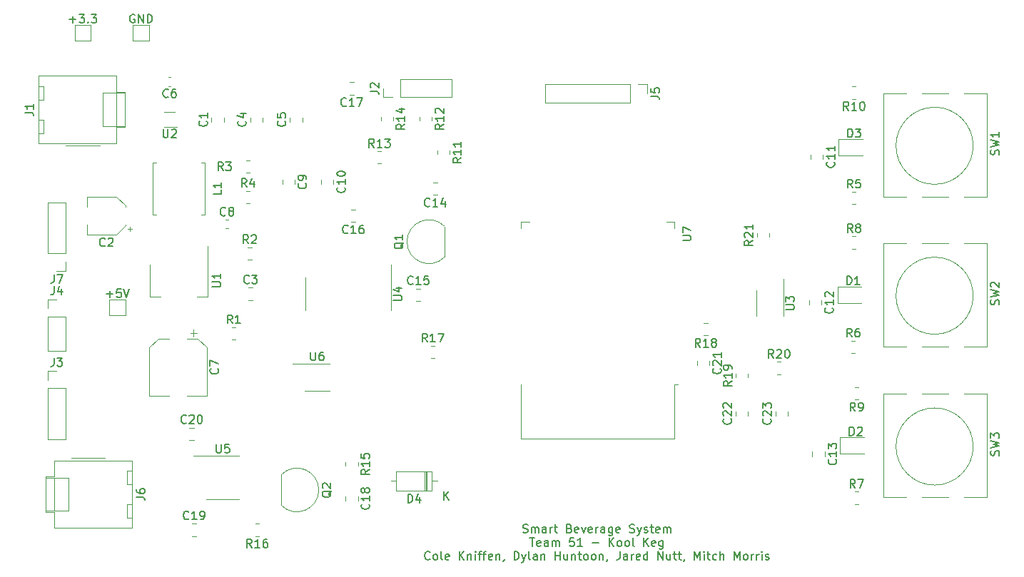
<source format=gbr>
%TF.GenerationSoftware,KiCad,Pcbnew,(6.0.7-1)-1*%
%TF.CreationDate,2022-10-20T12:34:53-04:00*%
%TF.ProjectId,Kool Keg,4b6f6f6c-204b-4656-972e-6b696361645f,rev?*%
%TF.SameCoordinates,Original*%
%TF.FileFunction,Legend,Top*%
%TF.FilePolarity,Positive*%
%FSLAX46Y46*%
G04 Gerber Fmt 4.6, Leading zero omitted, Abs format (unit mm)*
G04 Created by KiCad (PCBNEW (6.0.7-1)-1) date 2022-10-20 12:34:53*
%MOMM*%
%LPD*%
G01*
G04 APERTURE LIST*
%ADD10C,0.150000*%
%ADD11C,0.120000*%
G04 APERTURE END LIST*
D10*
X122314285Y-103994761D02*
X122457142Y-104042380D01*
X122695238Y-104042380D01*
X122790476Y-103994761D01*
X122838095Y-103947142D01*
X122885714Y-103851904D01*
X122885714Y-103756666D01*
X122838095Y-103661428D01*
X122790476Y-103613809D01*
X122695238Y-103566190D01*
X122504761Y-103518571D01*
X122409523Y-103470952D01*
X122361904Y-103423333D01*
X122314285Y-103328095D01*
X122314285Y-103232857D01*
X122361904Y-103137619D01*
X122409523Y-103090000D01*
X122504761Y-103042380D01*
X122742857Y-103042380D01*
X122885714Y-103090000D01*
X123314285Y-104042380D02*
X123314285Y-103375714D01*
X123314285Y-103470952D02*
X123361904Y-103423333D01*
X123457142Y-103375714D01*
X123600000Y-103375714D01*
X123695238Y-103423333D01*
X123742857Y-103518571D01*
X123742857Y-104042380D01*
X123742857Y-103518571D02*
X123790476Y-103423333D01*
X123885714Y-103375714D01*
X124028571Y-103375714D01*
X124123809Y-103423333D01*
X124171428Y-103518571D01*
X124171428Y-104042380D01*
X125076190Y-104042380D02*
X125076190Y-103518571D01*
X125028571Y-103423333D01*
X124933333Y-103375714D01*
X124742857Y-103375714D01*
X124647619Y-103423333D01*
X125076190Y-103994761D02*
X124980952Y-104042380D01*
X124742857Y-104042380D01*
X124647619Y-103994761D01*
X124600000Y-103899523D01*
X124600000Y-103804285D01*
X124647619Y-103709047D01*
X124742857Y-103661428D01*
X124980952Y-103661428D01*
X125076190Y-103613809D01*
X125552380Y-104042380D02*
X125552380Y-103375714D01*
X125552380Y-103566190D02*
X125600000Y-103470952D01*
X125647619Y-103423333D01*
X125742857Y-103375714D01*
X125838095Y-103375714D01*
X126028571Y-103375714D02*
X126409523Y-103375714D01*
X126171428Y-103042380D02*
X126171428Y-103899523D01*
X126219047Y-103994761D01*
X126314285Y-104042380D01*
X126409523Y-104042380D01*
X127838095Y-103518571D02*
X127980952Y-103566190D01*
X128028571Y-103613809D01*
X128076190Y-103709047D01*
X128076190Y-103851904D01*
X128028571Y-103947142D01*
X127980952Y-103994761D01*
X127885714Y-104042380D01*
X127504761Y-104042380D01*
X127504761Y-103042380D01*
X127838095Y-103042380D01*
X127933333Y-103090000D01*
X127980952Y-103137619D01*
X128028571Y-103232857D01*
X128028571Y-103328095D01*
X127980952Y-103423333D01*
X127933333Y-103470952D01*
X127838095Y-103518571D01*
X127504761Y-103518571D01*
X128885714Y-103994761D02*
X128790476Y-104042380D01*
X128600000Y-104042380D01*
X128504761Y-103994761D01*
X128457142Y-103899523D01*
X128457142Y-103518571D01*
X128504761Y-103423333D01*
X128600000Y-103375714D01*
X128790476Y-103375714D01*
X128885714Y-103423333D01*
X128933333Y-103518571D01*
X128933333Y-103613809D01*
X128457142Y-103709047D01*
X129266666Y-103375714D02*
X129504761Y-104042380D01*
X129742857Y-103375714D01*
X130504761Y-103994761D02*
X130409523Y-104042380D01*
X130219047Y-104042380D01*
X130123809Y-103994761D01*
X130076190Y-103899523D01*
X130076190Y-103518571D01*
X130123809Y-103423333D01*
X130219047Y-103375714D01*
X130409523Y-103375714D01*
X130504761Y-103423333D01*
X130552380Y-103518571D01*
X130552380Y-103613809D01*
X130076190Y-103709047D01*
X130980952Y-104042380D02*
X130980952Y-103375714D01*
X130980952Y-103566190D02*
X131028571Y-103470952D01*
X131076190Y-103423333D01*
X131171428Y-103375714D01*
X131266666Y-103375714D01*
X132028571Y-104042380D02*
X132028571Y-103518571D01*
X131980952Y-103423333D01*
X131885714Y-103375714D01*
X131695238Y-103375714D01*
X131600000Y-103423333D01*
X132028571Y-103994761D02*
X131933333Y-104042380D01*
X131695238Y-104042380D01*
X131600000Y-103994761D01*
X131552380Y-103899523D01*
X131552380Y-103804285D01*
X131600000Y-103709047D01*
X131695238Y-103661428D01*
X131933333Y-103661428D01*
X132028571Y-103613809D01*
X132933333Y-103375714D02*
X132933333Y-104185238D01*
X132885714Y-104280476D01*
X132838095Y-104328095D01*
X132742857Y-104375714D01*
X132600000Y-104375714D01*
X132504761Y-104328095D01*
X132933333Y-103994761D02*
X132838095Y-104042380D01*
X132647619Y-104042380D01*
X132552380Y-103994761D01*
X132504761Y-103947142D01*
X132457142Y-103851904D01*
X132457142Y-103566190D01*
X132504761Y-103470952D01*
X132552380Y-103423333D01*
X132647619Y-103375714D01*
X132838095Y-103375714D01*
X132933333Y-103423333D01*
X133790476Y-103994761D02*
X133695238Y-104042380D01*
X133504761Y-104042380D01*
X133409523Y-103994761D01*
X133361904Y-103899523D01*
X133361904Y-103518571D01*
X133409523Y-103423333D01*
X133504761Y-103375714D01*
X133695238Y-103375714D01*
X133790476Y-103423333D01*
X133838095Y-103518571D01*
X133838095Y-103613809D01*
X133361904Y-103709047D01*
X134980952Y-103994761D02*
X135123809Y-104042380D01*
X135361904Y-104042380D01*
X135457142Y-103994761D01*
X135504761Y-103947142D01*
X135552380Y-103851904D01*
X135552380Y-103756666D01*
X135504761Y-103661428D01*
X135457142Y-103613809D01*
X135361904Y-103566190D01*
X135171428Y-103518571D01*
X135076190Y-103470952D01*
X135028571Y-103423333D01*
X134980952Y-103328095D01*
X134980952Y-103232857D01*
X135028571Y-103137619D01*
X135076190Y-103090000D01*
X135171428Y-103042380D01*
X135409523Y-103042380D01*
X135552380Y-103090000D01*
X135885714Y-103375714D02*
X136123809Y-104042380D01*
X136361904Y-103375714D02*
X136123809Y-104042380D01*
X136028571Y-104280476D01*
X135980952Y-104328095D01*
X135885714Y-104375714D01*
X136695238Y-103994761D02*
X136790476Y-104042380D01*
X136980952Y-104042380D01*
X137076190Y-103994761D01*
X137123809Y-103899523D01*
X137123809Y-103851904D01*
X137076190Y-103756666D01*
X136980952Y-103709047D01*
X136838095Y-103709047D01*
X136742857Y-103661428D01*
X136695238Y-103566190D01*
X136695238Y-103518571D01*
X136742857Y-103423333D01*
X136838095Y-103375714D01*
X136980952Y-103375714D01*
X137076190Y-103423333D01*
X137409523Y-103375714D02*
X137790476Y-103375714D01*
X137552380Y-103042380D02*
X137552380Y-103899523D01*
X137600000Y-103994761D01*
X137695238Y-104042380D01*
X137790476Y-104042380D01*
X138504761Y-103994761D02*
X138409523Y-104042380D01*
X138219047Y-104042380D01*
X138123809Y-103994761D01*
X138076190Y-103899523D01*
X138076190Y-103518571D01*
X138123809Y-103423333D01*
X138219047Y-103375714D01*
X138409523Y-103375714D01*
X138504761Y-103423333D01*
X138552380Y-103518571D01*
X138552380Y-103613809D01*
X138076190Y-103709047D01*
X138980952Y-104042380D02*
X138980952Y-103375714D01*
X138980952Y-103470952D02*
X139028571Y-103423333D01*
X139123809Y-103375714D01*
X139266666Y-103375714D01*
X139361904Y-103423333D01*
X139409523Y-103518571D01*
X139409523Y-104042380D01*
X139409523Y-103518571D02*
X139457142Y-103423333D01*
X139552380Y-103375714D01*
X139695238Y-103375714D01*
X139790476Y-103423333D01*
X139838095Y-103518571D01*
X139838095Y-104042380D01*
X123123809Y-104652380D02*
X123695238Y-104652380D01*
X123409523Y-105652380D02*
X123409523Y-104652380D01*
X124409523Y-105604761D02*
X124314285Y-105652380D01*
X124123809Y-105652380D01*
X124028571Y-105604761D01*
X123980952Y-105509523D01*
X123980952Y-105128571D01*
X124028571Y-105033333D01*
X124123809Y-104985714D01*
X124314285Y-104985714D01*
X124409523Y-105033333D01*
X124457142Y-105128571D01*
X124457142Y-105223809D01*
X123980952Y-105319047D01*
X125314285Y-105652380D02*
X125314285Y-105128571D01*
X125266666Y-105033333D01*
X125171428Y-104985714D01*
X124980952Y-104985714D01*
X124885714Y-105033333D01*
X125314285Y-105604761D02*
X125219047Y-105652380D01*
X124980952Y-105652380D01*
X124885714Y-105604761D01*
X124838095Y-105509523D01*
X124838095Y-105414285D01*
X124885714Y-105319047D01*
X124980952Y-105271428D01*
X125219047Y-105271428D01*
X125314285Y-105223809D01*
X125790476Y-105652380D02*
X125790476Y-104985714D01*
X125790476Y-105080952D02*
X125838095Y-105033333D01*
X125933333Y-104985714D01*
X126076190Y-104985714D01*
X126171428Y-105033333D01*
X126219047Y-105128571D01*
X126219047Y-105652380D01*
X126219047Y-105128571D02*
X126266666Y-105033333D01*
X126361904Y-104985714D01*
X126504761Y-104985714D01*
X126600000Y-105033333D01*
X126647619Y-105128571D01*
X126647619Y-105652380D01*
X128361904Y-104652380D02*
X127885714Y-104652380D01*
X127838095Y-105128571D01*
X127885714Y-105080952D01*
X127980952Y-105033333D01*
X128219047Y-105033333D01*
X128314285Y-105080952D01*
X128361904Y-105128571D01*
X128409523Y-105223809D01*
X128409523Y-105461904D01*
X128361904Y-105557142D01*
X128314285Y-105604761D01*
X128219047Y-105652380D01*
X127980952Y-105652380D01*
X127885714Y-105604761D01*
X127838095Y-105557142D01*
X129361904Y-105652380D02*
X128790476Y-105652380D01*
X129076190Y-105652380D02*
X129076190Y-104652380D01*
X128980952Y-104795238D01*
X128885714Y-104890476D01*
X128790476Y-104938095D01*
X130552380Y-105271428D02*
X131314285Y-105271428D01*
X132552380Y-105652380D02*
X132552380Y-104652380D01*
X133123809Y-105652380D02*
X132695238Y-105080952D01*
X133123809Y-104652380D02*
X132552380Y-105223809D01*
X133695238Y-105652380D02*
X133600000Y-105604761D01*
X133552380Y-105557142D01*
X133504761Y-105461904D01*
X133504761Y-105176190D01*
X133552380Y-105080952D01*
X133600000Y-105033333D01*
X133695238Y-104985714D01*
X133838095Y-104985714D01*
X133933333Y-105033333D01*
X133980952Y-105080952D01*
X134028571Y-105176190D01*
X134028571Y-105461904D01*
X133980952Y-105557142D01*
X133933333Y-105604761D01*
X133838095Y-105652380D01*
X133695238Y-105652380D01*
X134600000Y-105652380D02*
X134504761Y-105604761D01*
X134457142Y-105557142D01*
X134409523Y-105461904D01*
X134409523Y-105176190D01*
X134457142Y-105080952D01*
X134504761Y-105033333D01*
X134600000Y-104985714D01*
X134742857Y-104985714D01*
X134838095Y-105033333D01*
X134885714Y-105080952D01*
X134933333Y-105176190D01*
X134933333Y-105461904D01*
X134885714Y-105557142D01*
X134838095Y-105604761D01*
X134742857Y-105652380D01*
X134600000Y-105652380D01*
X135504761Y-105652380D02*
X135409523Y-105604761D01*
X135361904Y-105509523D01*
X135361904Y-104652380D01*
X136647619Y-105652380D02*
X136647619Y-104652380D01*
X137219047Y-105652380D02*
X136790476Y-105080952D01*
X137219047Y-104652380D02*
X136647619Y-105223809D01*
X138028571Y-105604761D02*
X137933333Y-105652380D01*
X137742857Y-105652380D01*
X137647619Y-105604761D01*
X137600000Y-105509523D01*
X137600000Y-105128571D01*
X137647619Y-105033333D01*
X137742857Y-104985714D01*
X137933333Y-104985714D01*
X138028571Y-105033333D01*
X138076190Y-105128571D01*
X138076190Y-105223809D01*
X137600000Y-105319047D01*
X138933333Y-104985714D02*
X138933333Y-105795238D01*
X138885714Y-105890476D01*
X138838095Y-105938095D01*
X138742857Y-105985714D01*
X138600000Y-105985714D01*
X138504761Y-105938095D01*
X138933333Y-105604761D02*
X138838095Y-105652380D01*
X138647619Y-105652380D01*
X138552380Y-105604761D01*
X138504761Y-105557142D01*
X138457142Y-105461904D01*
X138457142Y-105176190D01*
X138504761Y-105080952D01*
X138552380Y-105033333D01*
X138647619Y-104985714D01*
X138838095Y-104985714D01*
X138933333Y-105033333D01*
X111290476Y-107167142D02*
X111242857Y-107214761D01*
X111099999Y-107262380D01*
X111004761Y-107262380D01*
X110861904Y-107214761D01*
X110766666Y-107119523D01*
X110719047Y-107024285D01*
X110671428Y-106833809D01*
X110671428Y-106690952D01*
X110719047Y-106500476D01*
X110766666Y-106405238D01*
X110861904Y-106310000D01*
X111004761Y-106262380D01*
X111099999Y-106262380D01*
X111242857Y-106310000D01*
X111290476Y-106357619D01*
X111861904Y-107262380D02*
X111766666Y-107214761D01*
X111719047Y-107167142D01*
X111671428Y-107071904D01*
X111671428Y-106786190D01*
X111719047Y-106690952D01*
X111766666Y-106643333D01*
X111861904Y-106595714D01*
X112004761Y-106595714D01*
X112099999Y-106643333D01*
X112147619Y-106690952D01*
X112195238Y-106786190D01*
X112195238Y-107071904D01*
X112147619Y-107167142D01*
X112099999Y-107214761D01*
X112004761Y-107262380D01*
X111861904Y-107262380D01*
X112766666Y-107262380D02*
X112671428Y-107214761D01*
X112623809Y-107119523D01*
X112623809Y-106262380D01*
X113528571Y-107214761D02*
X113433333Y-107262380D01*
X113242857Y-107262380D01*
X113147619Y-107214761D01*
X113099999Y-107119523D01*
X113099999Y-106738571D01*
X113147619Y-106643333D01*
X113242857Y-106595714D01*
X113433333Y-106595714D01*
X113528571Y-106643333D01*
X113576190Y-106738571D01*
X113576190Y-106833809D01*
X113099999Y-106929047D01*
X114766666Y-107262380D02*
X114766666Y-106262380D01*
X115338095Y-107262380D02*
X114909523Y-106690952D01*
X115338095Y-106262380D02*
X114766666Y-106833809D01*
X115766666Y-106595714D02*
X115766666Y-107262380D01*
X115766666Y-106690952D02*
X115814285Y-106643333D01*
X115909523Y-106595714D01*
X116052380Y-106595714D01*
X116147619Y-106643333D01*
X116195238Y-106738571D01*
X116195238Y-107262380D01*
X116671428Y-107262380D02*
X116671428Y-106595714D01*
X116671428Y-106262380D02*
X116623809Y-106310000D01*
X116671428Y-106357619D01*
X116719047Y-106310000D01*
X116671428Y-106262380D01*
X116671428Y-106357619D01*
X117004761Y-106595714D02*
X117385714Y-106595714D01*
X117147619Y-107262380D02*
X117147619Y-106405238D01*
X117195238Y-106310000D01*
X117290476Y-106262380D01*
X117385714Y-106262380D01*
X117576190Y-106595714D02*
X117957142Y-106595714D01*
X117719047Y-107262380D02*
X117719047Y-106405238D01*
X117766666Y-106310000D01*
X117861904Y-106262380D01*
X117957142Y-106262380D01*
X118671428Y-107214761D02*
X118576190Y-107262380D01*
X118385714Y-107262380D01*
X118290476Y-107214761D01*
X118242857Y-107119523D01*
X118242857Y-106738571D01*
X118290476Y-106643333D01*
X118385714Y-106595714D01*
X118576190Y-106595714D01*
X118671428Y-106643333D01*
X118719047Y-106738571D01*
X118719047Y-106833809D01*
X118242857Y-106929047D01*
X119147619Y-106595714D02*
X119147619Y-107262380D01*
X119147619Y-106690952D02*
X119195238Y-106643333D01*
X119290476Y-106595714D01*
X119433333Y-106595714D01*
X119528571Y-106643333D01*
X119576190Y-106738571D01*
X119576190Y-107262380D01*
X120099999Y-107214761D02*
X120099999Y-107262380D01*
X120052380Y-107357619D01*
X120004761Y-107405238D01*
X121290476Y-107262380D02*
X121290476Y-106262380D01*
X121528571Y-106262380D01*
X121671428Y-106310000D01*
X121766666Y-106405238D01*
X121814285Y-106500476D01*
X121861904Y-106690952D01*
X121861904Y-106833809D01*
X121814285Y-107024285D01*
X121766666Y-107119523D01*
X121671428Y-107214761D01*
X121528571Y-107262380D01*
X121290476Y-107262380D01*
X122195238Y-106595714D02*
X122433333Y-107262380D01*
X122671428Y-106595714D02*
X122433333Y-107262380D01*
X122338095Y-107500476D01*
X122290476Y-107548095D01*
X122195238Y-107595714D01*
X123195238Y-107262380D02*
X123099999Y-107214761D01*
X123052380Y-107119523D01*
X123052380Y-106262380D01*
X124004761Y-107262380D02*
X124004761Y-106738571D01*
X123957142Y-106643333D01*
X123861904Y-106595714D01*
X123671428Y-106595714D01*
X123576190Y-106643333D01*
X124004761Y-107214761D02*
X123909523Y-107262380D01*
X123671428Y-107262380D01*
X123576190Y-107214761D01*
X123528571Y-107119523D01*
X123528571Y-107024285D01*
X123576190Y-106929047D01*
X123671428Y-106881428D01*
X123909523Y-106881428D01*
X124004761Y-106833809D01*
X124480952Y-106595714D02*
X124480952Y-107262380D01*
X124480952Y-106690952D02*
X124528571Y-106643333D01*
X124623809Y-106595714D01*
X124766666Y-106595714D01*
X124861904Y-106643333D01*
X124909523Y-106738571D01*
X124909523Y-107262380D01*
X126147619Y-107262380D02*
X126147619Y-106262380D01*
X126147619Y-106738571D02*
X126719047Y-106738571D01*
X126719047Y-107262380D02*
X126719047Y-106262380D01*
X127623809Y-106595714D02*
X127623809Y-107262380D01*
X127195238Y-106595714D02*
X127195238Y-107119523D01*
X127242857Y-107214761D01*
X127338095Y-107262380D01*
X127480952Y-107262380D01*
X127576190Y-107214761D01*
X127623809Y-107167142D01*
X128099999Y-106595714D02*
X128099999Y-107262380D01*
X128099999Y-106690952D02*
X128147619Y-106643333D01*
X128242857Y-106595714D01*
X128385714Y-106595714D01*
X128480952Y-106643333D01*
X128528571Y-106738571D01*
X128528571Y-107262380D01*
X128861904Y-106595714D02*
X129242857Y-106595714D01*
X129004761Y-106262380D02*
X129004761Y-107119523D01*
X129052380Y-107214761D01*
X129147619Y-107262380D01*
X129242857Y-107262380D01*
X129719047Y-107262380D02*
X129623809Y-107214761D01*
X129576190Y-107167142D01*
X129528571Y-107071904D01*
X129528571Y-106786190D01*
X129576190Y-106690952D01*
X129623809Y-106643333D01*
X129719047Y-106595714D01*
X129861904Y-106595714D01*
X129957142Y-106643333D01*
X130004761Y-106690952D01*
X130052380Y-106786190D01*
X130052380Y-107071904D01*
X130004761Y-107167142D01*
X129957142Y-107214761D01*
X129861904Y-107262380D01*
X129719047Y-107262380D01*
X130623809Y-107262380D02*
X130528571Y-107214761D01*
X130480952Y-107167142D01*
X130433333Y-107071904D01*
X130433333Y-106786190D01*
X130480952Y-106690952D01*
X130528571Y-106643333D01*
X130623809Y-106595714D01*
X130766666Y-106595714D01*
X130861904Y-106643333D01*
X130909523Y-106690952D01*
X130957142Y-106786190D01*
X130957142Y-107071904D01*
X130909523Y-107167142D01*
X130861904Y-107214761D01*
X130766666Y-107262380D01*
X130623809Y-107262380D01*
X131385714Y-106595714D02*
X131385714Y-107262380D01*
X131385714Y-106690952D02*
X131433333Y-106643333D01*
X131528571Y-106595714D01*
X131671428Y-106595714D01*
X131766666Y-106643333D01*
X131814285Y-106738571D01*
X131814285Y-107262380D01*
X132338095Y-107214761D02*
X132338095Y-107262380D01*
X132290476Y-107357619D01*
X132242857Y-107405238D01*
X133814285Y-106262380D02*
X133814285Y-106976666D01*
X133766666Y-107119523D01*
X133671428Y-107214761D01*
X133528571Y-107262380D01*
X133433333Y-107262380D01*
X134719047Y-107262380D02*
X134719047Y-106738571D01*
X134671428Y-106643333D01*
X134576190Y-106595714D01*
X134385714Y-106595714D01*
X134290476Y-106643333D01*
X134719047Y-107214761D02*
X134623809Y-107262380D01*
X134385714Y-107262380D01*
X134290476Y-107214761D01*
X134242857Y-107119523D01*
X134242857Y-107024285D01*
X134290476Y-106929047D01*
X134385714Y-106881428D01*
X134623809Y-106881428D01*
X134719047Y-106833809D01*
X135195238Y-107262380D02*
X135195238Y-106595714D01*
X135195238Y-106786190D02*
X135242857Y-106690952D01*
X135290476Y-106643333D01*
X135385714Y-106595714D01*
X135480952Y-106595714D01*
X136195238Y-107214761D02*
X136099999Y-107262380D01*
X135909523Y-107262380D01*
X135814285Y-107214761D01*
X135766666Y-107119523D01*
X135766666Y-106738571D01*
X135814285Y-106643333D01*
X135909523Y-106595714D01*
X136099999Y-106595714D01*
X136195238Y-106643333D01*
X136242857Y-106738571D01*
X136242857Y-106833809D01*
X135766666Y-106929047D01*
X137099999Y-107262380D02*
X137099999Y-106262380D01*
X137099999Y-107214761D02*
X137004761Y-107262380D01*
X136814285Y-107262380D01*
X136719047Y-107214761D01*
X136671428Y-107167142D01*
X136623809Y-107071904D01*
X136623809Y-106786190D01*
X136671428Y-106690952D01*
X136719047Y-106643333D01*
X136814285Y-106595714D01*
X137004761Y-106595714D01*
X137099999Y-106643333D01*
X138338095Y-107262380D02*
X138338095Y-106262380D01*
X138909523Y-107262380D01*
X138909523Y-106262380D01*
X139814285Y-106595714D02*
X139814285Y-107262380D01*
X139385714Y-106595714D02*
X139385714Y-107119523D01*
X139433333Y-107214761D01*
X139528571Y-107262380D01*
X139671428Y-107262380D01*
X139766666Y-107214761D01*
X139814285Y-107167142D01*
X140147619Y-106595714D02*
X140528571Y-106595714D01*
X140290476Y-106262380D02*
X140290476Y-107119523D01*
X140338095Y-107214761D01*
X140433333Y-107262380D01*
X140528571Y-107262380D01*
X140719047Y-106595714D02*
X141099999Y-106595714D01*
X140861904Y-106262380D02*
X140861904Y-107119523D01*
X140909523Y-107214761D01*
X141004761Y-107262380D01*
X141099999Y-107262380D01*
X141480952Y-107214761D02*
X141480952Y-107262380D01*
X141433333Y-107357619D01*
X141385714Y-107405238D01*
X142671428Y-107262380D02*
X142671428Y-106262380D01*
X143004761Y-106976666D01*
X143338095Y-106262380D01*
X143338095Y-107262380D01*
X143814285Y-107262380D02*
X143814285Y-106595714D01*
X143814285Y-106262380D02*
X143766666Y-106310000D01*
X143814285Y-106357619D01*
X143861904Y-106310000D01*
X143814285Y-106262380D01*
X143814285Y-106357619D01*
X144147619Y-106595714D02*
X144528571Y-106595714D01*
X144290476Y-106262380D02*
X144290476Y-107119523D01*
X144338095Y-107214761D01*
X144433333Y-107262380D01*
X144528571Y-107262380D01*
X145290476Y-107214761D02*
X145195238Y-107262380D01*
X145004761Y-107262380D01*
X144909523Y-107214761D01*
X144861904Y-107167142D01*
X144814285Y-107071904D01*
X144814285Y-106786190D01*
X144861904Y-106690952D01*
X144909523Y-106643333D01*
X145004761Y-106595714D01*
X145195238Y-106595714D01*
X145290476Y-106643333D01*
X145719047Y-107262380D02*
X145719047Y-106262380D01*
X146147619Y-107262380D02*
X146147619Y-106738571D01*
X146099999Y-106643333D01*
X146004761Y-106595714D01*
X145861904Y-106595714D01*
X145766666Y-106643333D01*
X145719047Y-106690952D01*
X147385714Y-107262380D02*
X147385714Y-106262380D01*
X147719047Y-106976666D01*
X148052380Y-106262380D01*
X148052380Y-107262380D01*
X148671428Y-107262380D02*
X148576190Y-107214761D01*
X148528571Y-107167142D01*
X148480952Y-107071904D01*
X148480952Y-106786190D01*
X148528571Y-106690952D01*
X148576190Y-106643333D01*
X148671428Y-106595714D01*
X148814285Y-106595714D01*
X148909523Y-106643333D01*
X148957142Y-106690952D01*
X149004761Y-106786190D01*
X149004761Y-107071904D01*
X148957142Y-107167142D01*
X148909523Y-107214761D01*
X148814285Y-107262380D01*
X148671428Y-107262380D01*
X149433333Y-107262380D02*
X149433333Y-106595714D01*
X149433333Y-106786190D02*
X149480952Y-106690952D01*
X149528571Y-106643333D01*
X149623809Y-106595714D01*
X149719047Y-106595714D01*
X150052380Y-107262380D02*
X150052380Y-106595714D01*
X150052380Y-106786190D02*
X150099999Y-106690952D01*
X150147619Y-106643333D01*
X150242857Y-106595714D01*
X150338095Y-106595714D01*
X150671428Y-107262380D02*
X150671428Y-106595714D01*
X150671428Y-106262380D02*
X150623809Y-106310000D01*
X150671428Y-106357619D01*
X150719047Y-106310000D01*
X150671428Y-106262380D01*
X150671428Y-106357619D01*
X151099999Y-107214761D02*
X151195238Y-107262380D01*
X151385714Y-107262380D01*
X151480952Y-107214761D01*
X151528571Y-107119523D01*
X151528571Y-107071904D01*
X151480952Y-106976666D01*
X151385714Y-106929047D01*
X151242857Y-106929047D01*
X151147619Y-106881428D01*
X151099999Y-106786190D01*
X151099999Y-106738571D01*
X151147619Y-106643333D01*
X151242857Y-106595714D01*
X151385714Y-106595714D01*
X151480952Y-106643333D01*
%TO.C,R8*%
X161433333Y-68402380D02*
X161100000Y-67926190D01*
X160861904Y-68402380D02*
X160861904Y-67402380D01*
X161242857Y-67402380D01*
X161338095Y-67450000D01*
X161385714Y-67497619D01*
X161433333Y-67592857D01*
X161433333Y-67735714D01*
X161385714Y-67830952D01*
X161338095Y-67878571D01*
X161242857Y-67926190D01*
X160861904Y-67926190D01*
X162004761Y-67830952D02*
X161909523Y-67783333D01*
X161861904Y-67735714D01*
X161814285Y-67640476D01*
X161814285Y-67592857D01*
X161861904Y-67497619D01*
X161909523Y-67450000D01*
X162004761Y-67402380D01*
X162195238Y-67402380D01*
X162290476Y-67450000D01*
X162338095Y-67497619D01*
X162385714Y-67592857D01*
X162385714Y-67640476D01*
X162338095Y-67735714D01*
X162290476Y-67783333D01*
X162195238Y-67830952D01*
X162004761Y-67830952D01*
X161909523Y-67878571D01*
X161861904Y-67926190D01*
X161814285Y-68021428D01*
X161814285Y-68211904D01*
X161861904Y-68307142D01*
X161909523Y-68354761D01*
X162004761Y-68402380D01*
X162195238Y-68402380D01*
X162290476Y-68354761D01*
X162338095Y-68307142D01*
X162385714Y-68211904D01*
X162385714Y-68021428D01*
X162338095Y-67926190D01*
X162290476Y-67878571D01*
X162195238Y-67830952D01*
%TO.C,C1*%
X84777142Y-55166666D02*
X84824761Y-55214285D01*
X84872380Y-55357142D01*
X84872380Y-55452380D01*
X84824761Y-55595238D01*
X84729523Y-55690476D01*
X84634285Y-55738095D01*
X84443809Y-55785714D01*
X84300952Y-55785714D01*
X84110476Y-55738095D01*
X84015238Y-55690476D01*
X83920000Y-55595238D01*
X83872380Y-55452380D01*
X83872380Y-55357142D01*
X83920000Y-55214285D01*
X83967619Y-55166666D01*
X84872380Y-54214285D02*
X84872380Y-54785714D01*
X84872380Y-54500000D02*
X83872380Y-54500000D01*
X84015238Y-54595238D01*
X84110476Y-54690476D01*
X84158095Y-54785714D01*
%TO.C,U5*%
X85938095Y-93552380D02*
X85938095Y-94361904D01*
X85985714Y-94457142D01*
X86033333Y-94504761D01*
X86128571Y-94552380D01*
X86319047Y-94552380D01*
X86414285Y-94504761D01*
X86461904Y-94457142D01*
X86509523Y-94361904D01*
X86509523Y-93552380D01*
X87461904Y-93552380D02*
X86985714Y-93552380D01*
X86938095Y-94028571D01*
X86985714Y-93980952D01*
X87080952Y-93933333D01*
X87319047Y-93933333D01*
X87414285Y-93980952D01*
X87461904Y-94028571D01*
X87509523Y-94123809D01*
X87509523Y-94361904D01*
X87461904Y-94457142D01*
X87414285Y-94504761D01*
X87319047Y-94552380D01*
X87080952Y-94552380D01*
X86985714Y-94504761D01*
X86938095Y-94457142D01*
%TO.C,J3*%
X66666666Y-83292380D02*
X66666666Y-84006666D01*
X66619047Y-84149523D01*
X66523809Y-84244761D01*
X66380952Y-84292380D01*
X66285714Y-84292380D01*
X67047619Y-83292380D02*
X67666666Y-83292380D01*
X67333333Y-83673333D01*
X67476190Y-83673333D01*
X67571428Y-83720952D01*
X67619047Y-83768571D01*
X67666666Y-83863809D01*
X67666666Y-84101904D01*
X67619047Y-84197142D01*
X67571428Y-84244761D01*
X67476190Y-84292380D01*
X67190476Y-84292380D01*
X67095238Y-84244761D01*
X67047619Y-84197142D01*
%TO.C,C3*%
X89833333Y-74377142D02*
X89785714Y-74424761D01*
X89642857Y-74472380D01*
X89547619Y-74472380D01*
X89404761Y-74424761D01*
X89309523Y-74329523D01*
X89261904Y-74234285D01*
X89214285Y-74043809D01*
X89214285Y-73900952D01*
X89261904Y-73710476D01*
X89309523Y-73615238D01*
X89404761Y-73520000D01*
X89547619Y-73472380D01*
X89642857Y-73472380D01*
X89785714Y-73520000D01*
X89833333Y-73567619D01*
X90166666Y-73472380D02*
X90785714Y-73472380D01*
X90452380Y-73853333D01*
X90595238Y-73853333D01*
X90690476Y-73900952D01*
X90738095Y-73948571D01*
X90785714Y-74043809D01*
X90785714Y-74281904D01*
X90738095Y-74377142D01*
X90690476Y-74424761D01*
X90595238Y-74472380D01*
X90309523Y-74472380D01*
X90214285Y-74424761D01*
X90166666Y-74377142D01*
%TO.C,R12*%
X112902380Y-55542857D02*
X112426190Y-55876190D01*
X112902380Y-56114285D02*
X111902380Y-56114285D01*
X111902380Y-55733333D01*
X111950000Y-55638095D01*
X111997619Y-55590476D01*
X112092857Y-55542857D01*
X112235714Y-55542857D01*
X112330952Y-55590476D01*
X112378571Y-55638095D01*
X112426190Y-55733333D01*
X112426190Y-56114285D01*
X112902380Y-54590476D02*
X112902380Y-55161904D01*
X112902380Y-54876190D02*
X111902380Y-54876190D01*
X112045238Y-54971428D01*
X112140476Y-55066666D01*
X112188095Y-55161904D01*
X111997619Y-54209523D02*
X111950000Y-54161904D01*
X111902380Y-54066666D01*
X111902380Y-53828571D01*
X111950000Y-53733333D01*
X111997619Y-53685714D01*
X112092857Y-53638095D01*
X112188095Y-53638095D01*
X112330952Y-53685714D01*
X112902380Y-54257142D01*
X112902380Y-53638095D01*
%TO.C,C22*%
X146977142Y-90542857D02*
X147024761Y-90590476D01*
X147072380Y-90733333D01*
X147072380Y-90828571D01*
X147024761Y-90971428D01*
X146929523Y-91066666D01*
X146834285Y-91114285D01*
X146643809Y-91161904D01*
X146500952Y-91161904D01*
X146310476Y-91114285D01*
X146215238Y-91066666D01*
X146120000Y-90971428D01*
X146072380Y-90828571D01*
X146072380Y-90733333D01*
X146120000Y-90590476D01*
X146167619Y-90542857D01*
X146167619Y-90161904D02*
X146120000Y-90114285D01*
X146072380Y-90019047D01*
X146072380Y-89780952D01*
X146120000Y-89685714D01*
X146167619Y-89638095D01*
X146262857Y-89590476D01*
X146358095Y-89590476D01*
X146500952Y-89638095D01*
X147072380Y-90209523D01*
X147072380Y-89590476D01*
X146167619Y-89209523D02*
X146120000Y-89161904D01*
X146072380Y-89066666D01*
X146072380Y-88828571D01*
X146120000Y-88733333D01*
X146167619Y-88685714D01*
X146262857Y-88638095D01*
X146358095Y-88638095D01*
X146500952Y-88685714D01*
X147072380Y-89257142D01*
X147072380Y-88638095D01*
%TO.C,J1*%
X63242380Y-54153333D02*
X63956666Y-54153333D01*
X64099523Y-54200952D01*
X64194761Y-54296190D01*
X64242380Y-54439047D01*
X64242380Y-54534285D01*
X64242380Y-53153333D02*
X64242380Y-53724761D01*
X64242380Y-53439047D02*
X63242380Y-53439047D01*
X63385238Y-53534285D01*
X63480476Y-53629523D01*
X63528095Y-53724761D01*
%TO.C,C9*%
X96537142Y-62566666D02*
X96584761Y-62614285D01*
X96632380Y-62757142D01*
X96632380Y-62852380D01*
X96584761Y-62995238D01*
X96489523Y-63090476D01*
X96394285Y-63138095D01*
X96203809Y-63185714D01*
X96060952Y-63185714D01*
X95870476Y-63138095D01*
X95775238Y-63090476D01*
X95680000Y-62995238D01*
X95632380Y-62852380D01*
X95632380Y-62757142D01*
X95680000Y-62614285D01*
X95727619Y-62566666D01*
X96632380Y-62090476D02*
X96632380Y-61900000D01*
X96584761Y-61804761D01*
X96537142Y-61757142D01*
X96394285Y-61661904D01*
X96203809Y-61614285D01*
X95822857Y-61614285D01*
X95727619Y-61661904D01*
X95680000Y-61709523D01*
X95632380Y-61804761D01*
X95632380Y-61995238D01*
X95680000Y-62090476D01*
X95727619Y-62138095D01*
X95822857Y-62185714D01*
X96060952Y-62185714D01*
X96156190Y-62138095D01*
X96203809Y-62090476D01*
X96251428Y-61995238D01*
X96251428Y-61804761D01*
X96203809Y-61709523D01*
X96156190Y-61661904D01*
X96060952Y-61614285D01*
%TO.C,J2*%
X104192380Y-51633333D02*
X104906666Y-51633333D01*
X105049523Y-51680952D01*
X105144761Y-51776190D01*
X105192380Y-51919047D01*
X105192380Y-52014285D01*
X104287619Y-51204761D02*
X104240000Y-51157142D01*
X104192380Y-51061904D01*
X104192380Y-50823809D01*
X104240000Y-50728571D01*
X104287619Y-50680952D01*
X104382857Y-50633333D01*
X104478095Y-50633333D01*
X104620952Y-50680952D01*
X105192380Y-51252380D01*
X105192380Y-50633333D01*
%TO.C,R17*%
X110957142Y-81402380D02*
X110623809Y-80926190D01*
X110385714Y-81402380D02*
X110385714Y-80402380D01*
X110766666Y-80402380D01*
X110861904Y-80450000D01*
X110909523Y-80497619D01*
X110957142Y-80592857D01*
X110957142Y-80735714D01*
X110909523Y-80830952D01*
X110861904Y-80878571D01*
X110766666Y-80926190D01*
X110385714Y-80926190D01*
X111909523Y-81402380D02*
X111338095Y-81402380D01*
X111623809Y-81402380D02*
X111623809Y-80402380D01*
X111528571Y-80545238D01*
X111433333Y-80640476D01*
X111338095Y-80688095D01*
X112242857Y-80402380D02*
X112909523Y-80402380D01*
X112480952Y-81402380D01*
%TO.C,C10*%
X101137142Y-63042857D02*
X101184761Y-63090476D01*
X101232380Y-63233333D01*
X101232380Y-63328571D01*
X101184761Y-63471428D01*
X101089523Y-63566666D01*
X100994285Y-63614285D01*
X100803809Y-63661904D01*
X100660952Y-63661904D01*
X100470476Y-63614285D01*
X100375238Y-63566666D01*
X100280000Y-63471428D01*
X100232380Y-63328571D01*
X100232380Y-63233333D01*
X100280000Y-63090476D01*
X100327619Y-63042857D01*
X101232380Y-62090476D02*
X101232380Y-62661904D01*
X101232380Y-62376190D02*
X100232380Y-62376190D01*
X100375238Y-62471428D01*
X100470476Y-62566666D01*
X100518095Y-62661904D01*
X100232380Y-61471428D02*
X100232380Y-61376190D01*
X100280000Y-61280952D01*
X100327619Y-61233333D01*
X100422857Y-61185714D01*
X100613333Y-61138095D01*
X100851428Y-61138095D01*
X101041904Y-61185714D01*
X101137142Y-61233333D01*
X101184761Y-61280952D01*
X101232380Y-61376190D01*
X101232380Y-61471428D01*
X101184761Y-61566666D01*
X101137142Y-61614285D01*
X101041904Y-61661904D01*
X100851428Y-61709523D01*
X100613333Y-61709523D01*
X100422857Y-61661904D01*
X100327619Y-61614285D01*
X100280000Y-61566666D01*
X100232380Y-61471428D01*
%TO.C,D1*%
X160761904Y-74602380D02*
X160761904Y-73602380D01*
X161000000Y-73602380D01*
X161142857Y-73650000D01*
X161238095Y-73745238D01*
X161285714Y-73840476D01*
X161333333Y-74030952D01*
X161333333Y-74173809D01*
X161285714Y-74364285D01*
X161238095Y-74459523D01*
X161142857Y-74554761D01*
X161000000Y-74602380D01*
X160761904Y-74602380D01*
X162285714Y-74602380D02*
X161714285Y-74602380D01*
X162000000Y-74602380D02*
X162000000Y-73602380D01*
X161904761Y-73745238D01*
X161809523Y-73840476D01*
X161714285Y-73888095D01*
%TO.C,R4*%
X89533333Y-63002380D02*
X89200000Y-62526190D01*
X88961904Y-63002380D02*
X88961904Y-62002380D01*
X89342857Y-62002380D01*
X89438095Y-62050000D01*
X89485714Y-62097619D01*
X89533333Y-62192857D01*
X89533333Y-62335714D01*
X89485714Y-62430952D01*
X89438095Y-62478571D01*
X89342857Y-62526190D01*
X88961904Y-62526190D01*
X90390476Y-62335714D02*
X90390476Y-63002380D01*
X90152380Y-61954761D02*
X89914285Y-62669047D01*
X90533333Y-62669047D01*
%TO.C,D4*%
X108661904Y-100472380D02*
X108661904Y-99472380D01*
X108900000Y-99472380D01*
X109042857Y-99520000D01*
X109138095Y-99615238D01*
X109185714Y-99710476D01*
X109233333Y-99900952D01*
X109233333Y-100043809D01*
X109185714Y-100234285D01*
X109138095Y-100329523D01*
X109042857Y-100424761D01*
X108900000Y-100472380D01*
X108661904Y-100472380D01*
X110090476Y-99805714D02*
X110090476Y-100472380D01*
X109852380Y-99424761D02*
X109614285Y-100139047D01*
X110233333Y-100139047D01*
X112948095Y-100152380D02*
X112948095Y-99152380D01*
X113519523Y-100152380D02*
X113090952Y-99580952D01*
X113519523Y-99152380D02*
X112948095Y-99723809D01*
%TO.C,R1*%
X87833333Y-79202380D02*
X87500000Y-78726190D01*
X87261904Y-79202380D02*
X87261904Y-78202380D01*
X87642857Y-78202380D01*
X87738095Y-78250000D01*
X87785714Y-78297619D01*
X87833333Y-78392857D01*
X87833333Y-78535714D01*
X87785714Y-78630952D01*
X87738095Y-78678571D01*
X87642857Y-78726190D01*
X87261904Y-78726190D01*
X88785714Y-79202380D02*
X88214285Y-79202380D01*
X88500000Y-79202380D02*
X88500000Y-78202380D01*
X88404761Y-78345238D01*
X88309523Y-78440476D01*
X88214285Y-78488095D01*
%TO.C,C15*%
X109257142Y-74477142D02*
X109209523Y-74524761D01*
X109066666Y-74572380D01*
X108971428Y-74572380D01*
X108828571Y-74524761D01*
X108733333Y-74429523D01*
X108685714Y-74334285D01*
X108638095Y-74143809D01*
X108638095Y-74000952D01*
X108685714Y-73810476D01*
X108733333Y-73715238D01*
X108828571Y-73620000D01*
X108971428Y-73572380D01*
X109066666Y-73572380D01*
X109209523Y-73620000D01*
X109257142Y-73667619D01*
X110209523Y-74572380D02*
X109638095Y-74572380D01*
X109923809Y-74572380D02*
X109923809Y-73572380D01*
X109828571Y-73715238D01*
X109733333Y-73810476D01*
X109638095Y-73858095D01*
X111114285Y-73572380D02*
X110638095Y-73572380D01*
X110590476Y-74048571D01*
X110638095Y-74000952D01*
X110733333Y-73953333D01*
X110971428Y-73953333D01*
X111066666Y-74000952D01*
X111114285Y-74048571D01*
X111161904Y-74143809D01*
X111161904Y-74381904D01*
X111114285Y-74477142D01*
X111066666Y-74524761D01*
X110971428Y-74572380D01*
X110733333Y-74572380D01*
X110638095Y-74524761D01*
X110590476Y-74477142D01*
%TO.C,R2*%
X89733333Y-69702380D02*
X89400000Y-69226190D01*
X89161904Y-69702380D02*
X89161904Y-68702380D01*
X89542857Y-68702380D01*
X89638095Y-68750000D01*
X89685714Y-68797619D01*
X89733333Y-68892857D01*
X89733333Y-69035714D01*
X89685714Y-69130952D01*
X89638095Y-69178571D01*
X89542857Y-69226190D01*
X89161904Y-69226190D01*
X90114285Y-68797619D02*
X90161904Y-68750000D01*
X90257142Y-68702380D01*
X90495238Y-68702380D01*
X90590476Y-68750000D01*
X90638095Y-68797619D01*
X90685714Y-68892857D01*
X90685714Y-68988095D01*
X90638095Y-69130952D01*
X90066666Y-69702380D01*
X90685714Y-69702380D01*
%TO.C,C2*%
X72733333Y-69957142D02*
X72685714Y-70004761D01*
X72542857Y-70052380D01*
X72447619Y-70052380D01*
X72304761Y-70004761D01*
X72209523Y-69909523D01*
X72161904Y-69814285D01*
X72114285Y-69623809D01*
X72114285Y-69480952D01*
X72161904Y-69290476D01*
X72209523Y-69195238D01*
X72304761Y-69100000D01*
X72447619Y-69052380D01*
X72542857Y-69052380D01*
X72685714Y-69100000D01*
X72733333Y-69147619D01*
X73114285Y-69147619D02*
X73161904Y-69100000D01*
X73257142Y-69052380D01*
X73495238Y-69052380D01*
X73590476Y-69100000D01*
X73638095Y-69147619D01*
X73685714Y-69242857D01*
X73685714Y-69338095D01*
X73638095Y-69480952D01*
X73066666Y-70052380D01*
X73685714Y-70052380D01*
%TO.C,R13*%
X104657142Y-58302380D02*
X104323809Y-57826190D01*
X104085714Y-58302380D02*
X104085714Y-57302380D01*
X104466666Y-57302380D01*
X104561904Y-57350000D01*
X104609523Y-57397619D01*
X104657142Y-57492857D01*
X104657142Y-57635714D01*
X104609523Y-57730952D01*
X104561904Y-57778571D01*
X104466666Y-57826190D01*
X104085714Y-57826190D01*
X105609523Y-58302380D02*
X105038095Y-58302380D01*
X105323809Y-58302380D02*
X105323809Y-57302380D01*
X105228571Y-57445238D01*
X105133333Y-57540476D01*
X105038095Y-57588095D01*
X105942857Y-57302380D02*
X106561904Y-57302380D01*
X106228571Y-57683333D01*
X106371428Y-57683333D01*
X106466666Y-57730952D01*
X106514285Y-57778571D01*
X106561904Y-57873809D01*
X106561904Y-58111904D01*
X106514285Y-58207142D01*
X106466666Y-58254761D01*
X106371428Y-58302380D01*
X106085714Y-58302380D01*
X105990476Y-58254761D01*
X105942857Y-58207142D01*
%TO.C,D2*%
X161061904Y-92502380D02*
X161061904Y-91502380D01*
X161300000Y-91502380D01*
X161442857Y-91550000D01*
X161538095Y-91645238D01*
X161585714Y-91740476D01*
X161633333Y-91930952D01*
X161633333Y-92073809D01*
X161585714Y-92264285D01*
X161538095Y-92359523D01*
X161442857Y-92454761D01*
X161300000Y-92502380D01*
X161061904Y-92502380D01*
X162014285Y-91597619D02*
X162061904Y-91550000D01*
X162157142Y-91502380D01*
X162395238Y-91502380D01*
X162490476Y-91550000D01*
X162538095Y-91597619D01*
X162585714Y-91692857D01*
X162585714Y-91788095D01*
X162538095Y-91930952D01*
X161966666Y-92502380D01*
X162585714Y-92502380D01*
%TO.C,SW1*%
X178764761Y-59173333D02*
X178812380Y-59030476D01*
X178812380Y-58792380D01*
X178764761Y-58697142D01*
X178717142Y-58649523D01*
X178621904Y-58601904D01*
X178526666Y-58601904D01*
X178431428Y-58649523D01*
X178383809Y-58697142D01*
X178336190Y-58792380D01*
X178288571Y-58982857D01*
X178240952Y-59078095D01*
X178193333Y-59125714D01*
X178098095Y-59173333D01*
X178002857Y-59173333D01*
X177907619Y-59125714D01*
X177860000Y-59078095D01*
X177812380Y-58982857D01*
X177812380Y-58744761D01*
X177860000Y-58601904D01*
X177812380Y-58268571D02*
X178812380Y-58030476D01*
X178098095Y-57840000D01*
X178812380Y-57649523D01*
X177812380Y-57411428D01*
X178812380Y-56506666D02*
X178812380Y-57078095D01*
X178812380Y-56792380D02*
X177812380Y-56792380D01*
X177955238Y-56887619D01*
X178050476Y-56982857D01*
X178098095Y-57078095D01*
%TO.C,D3*%
X160861904Y-57102380D02*
X160861904Y-56102380D01*
X161100000Y-56102380D01*
X161242857Y-56150000D01*
X161338095Y-56245238D01*
X161385714Y-56340476D01*
X161433333Y-56530952D01*
X161433333Y-56673809D01*
X161385714Y-56864285D01*
X161338095Y-56959523D01*
X161242857Y-57054761D01*
X161100000Y-57102380D01*
X160861904Y-57102380D01*
X161766666Y-56102380D02*
X162385714Y-56102380D01*
X162052380Y-56483333D01*
X162195238Y-56483333D01*
X162290476Y-56530952D01*
X162338095Y-56578571D01*
X162385714Y-56673809D01*
X162385714Y-56911904D01*
X162338095Y-57007142D01*
X162290476Y-57054761D01*
X162195238Y-57102380D01*
X161909523Y-57102380D01*
X161814285Y-57054761D01*
X161766666Y-57007142D01*
%TO.C,J7*%
X66666666Y-73412380D02*
X66666666Y-74126666D01*
X66619047Y-74269523D01*
X66523809Y-74364761D01*
X66380952Y-74412380D01*
X66285714Y-74412380D01*
X67047619Y-73412380D02*
X67714285Y-73412380D01*
X67285714Y-74412380D01*
%TO.C,C17*%
X101357142Y-53337142D02*
X101309523Y-53384761D01*
X101166666Y-53432380D01*
X101071428Y-53432380D01*
X100928571Y-53384761D01*
X100833333Y-53289523D01*
X100785714Y-53194285D01*
X100738095Y-53003809D01*
X100738095Y-52860952D01*
X100785714Y-52670476D01*
X100833333Y-52575238D01*
X100928571Y-52480000D01*
X101071428Y-52432380D01*
X101166666Y-52432380D01*
X101309523Y-52480000D01*
X101357142Y-52527619D01*
X102309523Y-53432380D02*
X101738095Y-53432380D01*
X102023809Y-53432380D02*
X102023809Y-52432380D01*
X101928571Y-52575238D01*
X101833333Y-52670476D01*
X101738095Y-52718095D01*
X102642857Y-52432380D02*
X103309523Y-52432380D01*
X102880952Y-53432380D01*
%TO.C,C23*%
X151677142Y-90542857D02*
X151724761Y-90590476D01*
X151772380Y-90733333D01*
X151772380Y-90828571D01*
X151724761Y-90971428D01*
X151629523Y-91066666D01*
X151534285Y-91114285D01*
X151343809Y-91161904D01*
X151200952Y-91161904D01*
X151010476Y-91114285D01*
X150915238Y-91066666D01*
X150820000Y-90971428D01*
X150772380Y-90828571D01*
X150772380Y-90733333D01*
X150820000Y-90590476D01*
X150867619Y-90542857D01*
X150867619Y-90161904D02*
X150820000Y-90114285D01*
X150772380Y-90019047D01*
X150772380Y-89780952D01*
X150820000Y-89685714D01*
X150867619Y-89638095D01*
X150962857Y-89590476D01*
X151058095Y-89590476D01*
X151200952Y-89638095D01*
X151772380Y-90209523D01*
X151772380Y-89590476D01*
X150772380Y-89257142D02*
X150772380Y-88638095D01*
X151153333Y-88971428D01*
X151153333Y-88828571D01*
X151200952Y-88733333D01*
X151248571Y-88685714D01*
X151343809Y-88638095D01*
X151581904Y-88638095D01*
X151677142Y-88685714D01*
X151724761Y-88733333D01*
X151772380Y-88828571D01*
X151772380Y-89114285D01*
X151724761Y-89209523D01*
X151677142Y-89257142D01*
%TO.C,C18*%
X104037142Y-100642857D02*
X104084761Y-100690476D01*
X104132380Y-100833333D01*
X104132380Y-100928571D01*
X104084761Y-101071428D01*
X103989523Y-101166666D01*
X103894285Y-101214285D01*
X103703809Y-101261904D01*
X103560952Y-101261904D01*
X103370476Y-101214285D01*
X103275238Y-101166666D01*
X103180000Y-101071428D01*
X103132380Y-100928571D01*
X103132380Y-100833333D01*
X103180000Y-100690476D01*
X103227619Y-100642857D01*
X104132380Y-99690476D02*
X104132380Y-100261904D01*
X104132380Y-99976190D02*
X103132380Y-99976190D01*
X103275238Y-100071428D01*
X103370476Y-100166666D01*
X103418095Y-100261904D01*
X103560952Y-99119047D02*
X103513333Y-99214285D01*
X103465714Y-99261904D01*
X103370476Y-99309523D01*
X103322857Y-99309523D01*
X103227619Y-99261904D01*
X103180000Y-99214285D01*
X103132380Y-99119047D01*
X103132380Y-98928571D01*
X103180000Y-98833333D01*
X103227619Y-98785714D01*
X103322857Y-98738095D01*
X103370476Y-98738095D01*
X103465714Y-98785714D01*
X103513333Y-98833333D01*
X103560952Y-98928571D01*
X103560952Y-99119047D01*
X103608571Y-99214285D01*
X103656190Y-99261904D01*
X103751428Y-99309523D01*
X103941904Y-99309523D01*
X104037142Y-99261904D01*
X104084761Y-99214285D01*
X104132380Y-99119047D01*
X104132380Y-98928571D01*
X104084761Y-98833333D01*
X104037142Y-98785714D01*
X103941904Y-98738095D01*
X103751428Y-98738095D01*
X103656190Y-98785714D01*
X103608571Y-98833333D01*
X103560952Y-98928571D01*
%TO.C,C12*%
X159037142Y-77342857D02*
X159084761Y-77390476D01*
X159132380Y-77533333D01*
X159132380Y-77628571D01*
X159084761Y-77771428D01*
X158989523Y-77866666D01*
X158894285Y-77914285D01*
X158703809Y-77961904D01*
X158560952Y-77961904D01*
X158370476Y-77914285D01*
X158275238Y-77866666D01*
X158180000Y-77771428D01*
X158132380Y-77628571D01*
X158132380Y-77533333D01*
X158180000Y-77390476D01*
X158227619Y-77342857D01*
X159132380Y-76390476D02*
X159132380Y-76961904D01*
X159132380Y-76676190D02*
X158132380Y-76676190D01*
X158275238Y-76771428D01*
X158370476Y-76866666D01*
X158418095Y-76961904D01*
X158227619Y-76009523D02*
X158180000Y-75961904D01*
X158132380Y-75866666D01*
X158132380Y-75628571D01*
X158180000Y-75533333D01*
X158227619Y-75485714D01*
X158322857Y-75438095D01*
X158418095Y-75438095D01*
X158560952Y-75485714D01*
X159132380Y-76057142D01*
X159132380Y-75438095D01*
%TO.C,+5V*%
X72914285Y-75723428D02*
X73676190Y-75723428D01*
X73295238Y-76104380D02*
X73295238Y-75342476D01*
X74628571Y-75104380D02*
X74152380Y-75104380D01*
X74104761Y-75580571D01*
X74152380Y-75532952D01*
X74247619Y-75485333D01*
X74485714Y-75485333D01*
X74580952Y-75532952D01*
X74628571Y-75580571D01*
X74676190Y-75675809D01*
X74676190Y-75913904D01*
X74628571Y-76009142D01*
X74580952Y-76056761D01*
X74485714Y-76104380D01*
X74247619Y-76104380D01*
X74152380Y-76056761D01*
X74104761Y-76009142D01*
X74961904Y-75104380D02*
X75295238Y-76104380D01*
X75628571Y-75104380D01*
%TO.C,U1*%
X85452380Y-74861904D02*
X86261904Y-74861904D01*
X86357142Y-74814285D01*
X86404761Y-74766666D01*
X86452380Y-74671428D01*
X86452380Y-74480952D01*
X86404761Y-74385714D01*
X86357142Y-74338095D01*
X86261904Y-74290476D01*
X85452380Y-74290476D01*
X86452380Y-73290476D02*
X86452380Y-73861904D01*
X86452380Y-73576190D02*
X85452380Y-73576190D01*
X85595238Y-73671428D01*
X85690476Y-73766666D01*
X85738095Y-73861904D01*
%TO.C,R20*%
X152057142Y-83302380D02*
X151723809Y-82826190D01*
X151485714Y-83302380D02*
X151485714Y-82302380D01*
X151866666Y-82302380D01*
X151961904Y-82350000D01*
X152009523Y-82397619D01*
X152057142Y-82492857D01*
X152057142Y-82635714D01*
X152009523Y-82730952D01*
X151961904Y-82778571D01*
X151866666Y-82826190D01*
X151485714Y-82826190D01*
X152438095Y-82397619D02*
X152485714Y-82350000D01*
X152580952Y-82302380D01*
X152819047Y-82302380D01*
X152914285Y-82350000D01*
X152961904Y-82397619D01*
X153009523Y-82492857D01*
X153009523Y-82588095D01*
X152961904Y-82730952D01*
X152390476Y-83302380D01*
X153009523Y-83302380D01*
X153628571Y-82302380D02*
X153723809Y-82302380D01*
X153819047Y-82350000D01*
X153866666Y-82397619D01*
X153914285Y-82492857D01*
X153961904Y-82683333D01*
X153961904Y-82921428D01*
X153914285Y-83111904D01*
X153866666Y-83207142D01*
X153819047Y-83254761D01*
X153723809Y-83302380D01*
X153628571Y-83302380D01*
X153533333Y-83254761D01*
X153485714Y-83207142D01*
X153438095Y-83111904D01*
X153390476Y-82921428D01*
X153390476Y-82683333D01*
X153438095Y-82492857D01*
X153485714Y-82397619D01*
X153533333Y-82350000D01*
X153628571Y-82302380D01*
%TO.C,R7*%
X161733333Y-98702380D02*
X161400000Y-98226190D01*
X161161904Y-98702380D02*
X161161904Y-97702380D01*
X161542857Y-97702380D01*
X161638095Y-97750000D01*
X161685714Y-97797619D01*
X161733333Y-97892857D01*
X161733333Y-98035714D01*
X161685714Y-98130952D01*
X161638095Y-98178571D01*
X161542857Y-98226190D01*
X161161904Y-98226190D01*
X162066666Y-97702380D02*
X162733333Y-97702380D01*
X162304761Y-98702380D01*
%TO.C,R10*%
X160957142Y-53902380D02*
X160623809Y-53426190D01*
X160385714Y-53902380D02*
X160385714Y-52902380D01*
X160766666Y-52902380D01*
X160861904Y-52950000D01*
X160909523Y-52997619D01*
X160957142Y-53092857D01*
X160957142Y-53235714D01*
X160909523Y-53330952D01*
X160861904Y-53378571D01*
X160766666Y-53426190D01*
X160385714Y-53426190D01*
X161909523Y-53902380D02*
X161338095Y-53902380D01*
X161623809Y-53902380D02*
X161623809Y-52902380D01*
X161528571Y-53045238D01*
X161433333Y-53140476D01*
X161338095Y-53188095D01*
X162528571Y-52902380D02*
X162623809Y-52902380D01*
X162719047Y-52950000D01*
X162766666Y-52997619D01*
X162814285Y-53092857D01*
X162861904Y-53283333D01*
X162861904Y-53521428D01*
X162814285Y-53711904D01*
X162766666Y-53807142D01*
X162719047Y-53854761D01*
X162623809Y-53902380D01*
X162528571Y-53902380D01*
X162433333Y-53854761D01*
X162385714Y-53807142D01*
X162338095Y-53711904D01*
X162290476Y-53521428D01*
X162290476Y-53283333D01*
X162338095Y-53092857D01*
X162385714Y-52997619D01*
X162433333Y-52950000D01*
X162528571Y-52902380D01*
%TO.C,C16*%
X101557142Y-68437142D02*
X101509523Y-68484761D01*
X101366666Y-68532380D01*
X101271428Y-68532380D01*
X101128571Y-68484761D01*
X101033333Y-68389523D01*
X100985714Y-68294285D01*
X100938095Y-68103809D01*
X100938095Y-67960952D01*
X100985714Y-67770476D01*
X101033333Y-67675238D01*
X101128571Y-67580000D01*
X101271428Y-67532380D01*
X101366666Y-67532380D01*
X101509523Y-67580000D01*
X101557142Y-67627619D01*
X102509523Y-68532380D02*
X101938095Y-68532380D01*
X102223809Y-68532380D02*
X102223809Y-67532380D01*
X102128571Y-67675238D01*
X102033333Y-67770476D01*
X101938095Y-67818095D01*
X103366666Y-67532380D02*
X103176190Y-67532380D01*
X103080952Y-67580000D01*
X103033333Y-67627619D01*
X102938095Y-67770476D01*
X102890476Y-67960952D01*
X102890476Y-68341904D01*
X102938095Y-68437142D01*
X102985714Y-68484761D01*
X103080952Y-68532380D01*
X103271428Y-68532380D01*
X103366666Y-68484761D01*
X103414285Y-68437142D01*
X103461904Y-68341904D01*
X103461904Y-68103809D01*
X103414285Y-68008571D01*
X103366666Y-67960952D01*
X103271428Y-67913333D01*
X103080952Y-67913333D01*
X102985714Y-67960952D01*
X102938095Y-68008571D01*
X102890476Y-68103809D01*
%TO.C,J5*%
X137512380Y-52233333D02*
X138226666Y-52233333D01*
X138369523Y-52280952D01*
X138464761Y-52376190D01*
X138512380Y-52519047D01*
X138512380Y-52614285D01*
X137512380Y-51280952D02*
X137512380Y-51757142D01*
X137988571Y-51804761D01*
X137940952Y-51757142D01*
X137893333Y-51661904D01*
X137893333Y-51423809D01*
X137940952Y-51328571D01*
X137988571Y-51280952D01*
X138083809Y-51233333D01*
X138321904Y-51233333D01*
X138417142Y-51280952D01*
X138464761Y-51328571D01*
X138512380Y-51423809D01*
X138512380Y-51661904D01*
X138464761Y-51757142D01*
X138417142Y-51804761D01*
%TO.C,C4*%
X89377142Y-55166666D02*
X89424761Y-55214285D01*
X89472380Y-55357142D01*
X89472380Y-55452380D01*
X89424761Y-55595238D01*
X89329523Y-55690476D01*
X89234285Y-55738095D01*
X89043809Y-55785714D01*
X88900952Y-55785714D01*
X88710476Y-55738095D01*
X88615238Y-55690476D01*
X88520000Y-55595238D01*
X88472380Y-55452380D01*
X88472380Y-55357142D01*
X88520000Y-55214285D01*
X88567619Y-55166666D01*
X88805714Y-54309523D02*
X89472380Y-54309523D01*
X88424761Y-54547619D02*
X89139047Y-54785714D01*
X89139047Y-54166666D01*
%TO.C,C19*%
X82657142Y-102377142D02*
X82609523Y-102424761D01*
X82466666Y-102472380D01*
X82371428Y-102472380D01*
X82228571Y-102424761D01*
X82133333Y-102329523D01*
X82085714Y-102234285D01*
X82038095Y-102043809D01*
X82038095Y-101900952D01*
X82085714Y-101710476D01*
X82133333Y-101615238D01*
X82228571Y-101520000D01*
X82371428Y-101472380D01*
X82466666Y-101472380D01*
X82609523Y-101520000D01*
X82657142Y-101567619D01*
X83609523Y-102472380D02*
X83038095Y-102472380D01*
X83323809Y-102472380D02*
X83323809Y-101472380D01*
X83228571Y-101615238D01*
X83133333Y-101710476D01*
X83038095Y-101758095D01*
X84085714Y-102472380D02*
X84276190Y-102472380D01*
X84371428Y-102424761D01*
X84419047Y-102377142D01*
X84514285Y-102234285D01*
X84561904Y-102043809D01*
X84561904Y-101662857D01*
X84514285Y-101567619D01*
X84466666Y-101520000D01*
X84371428Y-101472380D01*
X84180952Y-101472380D01*
X84085714Y-101520000D01*
X84038095Y-101567619D01*
X83990476Y-101662857D01*
X83990476Y-101900952D01*
X84038095Y-101996190D01*
X84085714Y-102043809D01*
X84180952Y-102091428D01*
X84371428Y-102091428D01*
X84466666Y-102043809D01*
X84514285Y-101996190D01*
X84561904Y-101900952D01*
%TO.C,R3*%
X86733333Y-61052380D02*
X86400000Y-60576190D01*
X86161904Y-61052380D02*
X86161904Y-60052380D01*
X86542857Y-60052380D01*
X86638095Y-60100000D01*
X86685714Y-60147619D01*
X86733333Y-60242857D01*
X86733333Y-60385714D01*
X86685714Y-60480952D01*
X86638095Y-60528571D01*
X86542857Y-60576190D01*
X86161904Y-60576190D01*
X87066666Y-60052380D02*
X87685714Y-60052380D01*
X87352380Y-60433333D01*
X87495238Y-60433333D01*
X87590476Y-60480952D01*
X87638095Y-60528571D01*
X87685714Y-60623809D01*
X87685714Y-60861904D01*
X87638095Y-60957142D01*
X87590476Y-61004761D01*
X87495238Y-61052380D01*
X87209523Y-61052380D01*
X87114285Y-61004761D01*
X87066666Y-60957142D01*
%TO.C,U3*%
X153502380Y-77561904D02*
X154311904Y-77561904D01*
X154407142Y-77514285D01*
X154454761Y-77466666D01*
X154502380Y-77371428D01*
X154502380Y-77180952D01*
X154454761Y-77085714D01*
X154407142Y-77038095D01*
X154311904Y-76990476D01*
X153502380Y-76990476D01*
X153502380Y-76609523D02*
X153502380Y-75990476D01*
X153883333Y-76323809D01*
X153883333Y-76180952D01*
X153930952Y-76085714D01*
X153978571Y-76038095D01*
X154073809Y-75990476D01*
X154311904Y-75990476D01*
X154407142Y-76038095D01*
X154454761Y-76085714D01*
X154502380Y-76180952D01*
X154502380Y-76466666D01*
X154454761Y-76561904D01*
X154407142Y-76609523D01*
%TO.C,C6*%
X80233333Y-52287142D02*
X80185714Y-52334761D01*
X80042857Y-52382380D01*
X79947619Y-52382380D01*
X79804761Y-52334761D01*
X79709523Y-52239523D01*
X79661904Y-52144285D01*
X79614285Y-51953809D01*
X79614285Y-51810952D01*
X79661904Y-51620476D01*
X79709523Y-51525238D01*
X79804761Y-51430000D01*
X79947619Y-51382380D01*
X80042857Y-51382380D01*
X80185714Y-51430000D01*
X80233333Y-51477619D01*
X81090476Y-51382380D02*
X80900000Y-51382380D01*
X80804761Y-51430000D01*
X80757142Y-51477619D01*
X80661904Y-51620476D01*
X80614285Y-51810952D01*
X80614285Y-52191904D01*
X80661904Y-52287142D01*
X80709523Y-52334761D01*
X80804761Y-52382380D01*
X80995238Y-52382380D01*
X81090476Y-52334761D01*
X81138095Y-52287142D01*
X81185714Y-52191904D01*
X81185714Y-51953809D01*
X81138095Y-51858571D01*
X81090476Y-51810952D01*
X80995238Y-51763333D01*
X80804761Y-51763333D01*
X80709523Y-51810952D01*
X80661904Y-51858571D01*
X80614285Y-51953809D01*
%TO.C,U6*%
X97138095Y-82602380D02*
X97138095Y-83411904D01*
X97185714Y-83507142D01*
X97233333Y-83554761D01*
X97328571Y-83602380D01*
X97519047Y-83602380D01*
X97614285Y-83554761D01*
X97661904Y-83507142D01*
X97709523Y-83411904D01*
X97709523Y-82602380D01*
X98614285Y-82602380D02*
X98423809Y-82602380D01*
X98328571Y-82650000D01*
X98280952Y-82697619D01*
X98185714Y-82840476D01*
X98138095Y-83030952D01*
X98138095Y-83411904D01*
X98185714Y-83507142D01*
X98233333Y-83554761D01*
X98328571Y-83602380D01*
X98519047Y-83602380D01*
X98614285Y-83554761D01*
X98661904Y-83507142D01*
X98709523Y-83411904D01*
X98709523Y-83173809D01*
X98661904Y-83078571D01*
X98614285Y-83030952D01*
X98519047Y-82983333D01*
X98328571Y-82983333D01*
X98233333Y-83030952D01*
X98185714Y-83078571D01*
X98138095Y-83173809D01*
%TO.C,SW3*%
X178764761Y-94873333D02*
X178812380Y-94730476D01*
X178812380Y-94492380D01*
X178764761Y-94397142D01*
X178717142Y-94349523D01*
X178621904Y-94301904D01*
X178526666Y-94301904D01*
X178431428Y-94349523D01*
X178383809Y-94397142D01*
X178336190Y-94492380D01*
X178288571Y-94682857D01*
X178240952Y-94778095D01*
X178193333Y-94825714D01*
X178098095Y-94873333D01*
X178002857Y-94873333D01*
X177907619Y-94825714D01*
X177860000Y-94778095D01*
X177812380Y-94682857D01*
X177812380Y-94444761D01*
X177860000Y-94301904D01*
X177812380Y-93968571D02*
X178812380Y-93730476D01*
X178098095Y-93540000D01*
X178812380Y-93349523D01*
X177812380Y-93111428D01*
X177812380Y-92825714D02*
X177812380Y-92206666D01*
X178193333Y-92540000D01*
X178193333Y-92397142D01*
X178240952Y-92301904D01*
X178288571Y-92254285D01*
X178383809Y-92206666D01*
X178621904Y-92206666D01*
X178717142Y-92254285D01*
X178764761Y-92301904D01*
X178812380Y-92397142D01*
X178812380Y-92682857D01*
X178764761Y-92778095D01*
X178717142Y-92825714D01*
%TO.C,SW2*%
X178764761Y-76973333D02*
X178812380Y-76830476D01*
X178812380Y-76592380D01*
X178764761Y-76497142D01*
X178717142Y-76449523D01*
X178621904Y-76401904D01*
X178526666Y-76401904D01*
X178431428Y-76449523D01*
X178383809Y-76497142D01*
X178336190Y-76592380D01*
X178288571Y-76782857D01*
X178240952Y-76878095D01*
X178193333Y-76925714D01*
X178098095Y-76973333D01*
X178002857Y-76973333D01*
X177907619Y-76925714D01*
X177860000Y-76878095D01*
X177812380Y-76782857D01*
X177812380Y-76544761D01*
X177860000Y-76401904D01*
X177812380Y-76068571D02*
X178812380Y-75830476D01*
X178098095Y-75640000D01*
X178812380Y-75449523D01*
X177812380Y-75211428D01*
X177907619Y-74878095D02*
X177860000Y-74830476D01*
X177812380Y-74735238D01*
X177812380Y-74497142D01*
X177860000Y-74401904D01*
X177907619Y-74354285D01*
X178002857Y-74306666D01*
X178098095Y-74306666D01*
X178240952Y-74354285D01*
X178812380Y-74925714D01*
X178812380Y-74306666D01*
%TO.C,U2*%
X79638095Y-56152380D02*
X79638095Y-56961904D01*
X79685714Y-57057142D01*
X79733333Y-57104761D01*
X79828571Y-57152380D01*
X80019047Y-57152380D01*
X80114285Y-57104761D01*
X80161904Y-57057142D01*
X80209523Y-56961904D01*
X80209523Y-56152380D01*
X80638095Y-56247619D02*
X80685714Y-56200000D01*
X80780952Y-56152380D01*
X81019047Y-56152380D01*
X81114285Y-56200000D01*
X81161904Y-56247619D01*
X81209523Y-56342857D01*
X81209523Y-56438095D01*
X81161904Y-56580952D01*
X80590476Y-57152380D01*
X81209523Y-57152380D01*
%TO.C,R9*%
X161733333Y-89602380D02*
X161400000Y-89126190D01*
X161161904Y-89602380D02*
X161161904Y-88602380D01*
X161542857Y-88602380D01*
X161638095Y-88650000D01*
X161685714Y-88697619D01*
X161733333Y-88792857D01*
X161733333Y-88935714D01*
X161685714Y-89030952D01*
X161638095Y-89078571D01*
X161542857Y-89126190D01*
X161161904Y-89126190D01*
X162209523Y-89602380D02*
X162400000Y-89602380D01*
X162495238Y-89554761D01*
X162542857Y-89507142D01*
X162638095Y-89364285D01*
X162685714Y-89173809D01*
X162685714Y-88792857D01*
X162638095Y-88697619D01*
X162590476Y-88650000D01*
X162495238Y-88602380D01*
X162304761Y-88602380D01*
X162209523Y-88650000D01*
X162161904Y-88697619D01*
X162114285Y-88792857D01*
X162114285Y-89030952D01*
X162161904Y-89126190D01*
X162209523Y-89173809D01*
X162304761Y-89221428D01*
X162495238Y-89221428D01*
X162590476Y-89173809D01*
X162638095Y-89126190D01*
X162685714Y-89030952D01*
%TO.C,C5*%
X94077142Y-55166666D02*
X94124761Y-55214285D01*
X94172380Y-55357142D01*
X94172380Y-55452380D01*
X94124761Y-55595238D01*
X94029523Y-55690476D01*
X93934285Y-55738095D01*
X93743809Y-55785714D01*
X93600952Y-55785714D01*
X93410476Y-55738095D01*
X93315238Y-55690476D01*
X93220000Y-55595238D01*
X93172380Y-55452380D01*
X93172380Y-55357142D01*
X93220000Y-55214285D01*
X93267619Y-55166666D01*
X93172380Y-54261904D02*
X93172380Y-54738095D01*
X93648571Y-54785714D01*
X93600952Y-54738095D01*
X93553333Y-54642857D01*
X93553333Y-54404761D01*
X93600952Y-54309523D01*
X93648571Y-54261904D01*
X93743809Y-54214285D01*
X93981904Y-54214285D01*
X94077142Y-54261904D01*
X94124761Y-54309523D01*
X94172380Y-54404761D01*
X94172380Y-54642857D01*
X94124761Y-54738095D01*
X94077142Y-54785714D01*
%TO.C,L1*%
X86552380Y-63366666D02*
X86552380Y-63842857D01*
X85552380Y-63842857D01*
X86552380Y-62509523D02*
X86552380Y-63080952D01*
X86552380Y-62795238D02*
X85552380Y-62795238D01*
X85695238Y-62890476D01*
X85790476Y-62985714D01*
X85838095Y-63080952D01*
%TO.C,R19*%
X147102380Y-86042857D02*
X146626190Y-86376190D01*
X147102380Y-86614285D02*
X146102380Y-86614285D01*
X146102380Y-86233333D01*
X146150000Y-86138095D01*
X146197619Y-86090476D01*
X146292857Y-86042857D01*
X146435714Y-86042857D01*
X146530952Y-86090476D01*
X146578571Y-86138095D01*
X146626190Y-86233333D01*
X146626190Y-86614285D01*
X147102380Y-85090476D02*
X147102380Y-85661904D01*
X147102380Y-85376190D02*
X146102380Y-85376190D01*
X146245238Y-85471428D01*
X146340476Y-85566666D01*
X146388095Y-85661904D01*
X147102380Y-84614285D02*
X147102380Y-84423809D01*
X147054761Y-84328571D01*
X147007142Y-84280952D01*
X146864285Y-84185714D01*
X146673809Y-84138095D01*
X146292857Y-84138095D01*
X146197619Y-84185714D01*
X146150000Y-84233333D01*
X146102380Y-84328571D01*
X146102380Y-84519047D01*
X146150000Y-84614285D01*
X146197619Y-84661904D01*
X146292857Y-84709523D01*
X146530952Y-84709523D01*
X146626190Y-84661904D01*
X146673809Y-84614285D01*
X146721428Y-84519047D01*
X146721428Y-84328571D01*
X146673809Y-84233333D01*
X146626190Y-84185714D01*
X146530952Y-84138095D01*
%TO.C,C7*%
X86107142Y-84566666D02*
X86154761Y-84614285D01*
X86202380Y-84757142D01*
X86202380Y-84852380D01*
X86154761Y-84995238D01*
X86059523Y-85090476D01*
X85964285Y-85138095D01*
X85773809Y-85185714D01*
X85630952Y-85185714D01*
X85440476Y-85138095D01*
X85345238Y-85090476D01*
X85250000Y-84995238D01*
X85202380Y-84852380D01*
X85202380Y-84757142D01*
X85250000Y-84614285D01*
X85297619Y-84566666D01*
X85202380Y-84233333D02*
X85202380Y-83566666D01*
X86202380Y-83995238D01*
%TO.C,R6*%
X161333333Y-80802380D02*
X161000000Y-80326190D01*
X160761904Y-80802380D02*
X160761904Y-79802380D01*
X161142857Y-79802380D01*
X161238095Y-79850000D01*
X161285714Y-79897619D01*
X161333333Y-79992857D01*
X161333333Y-80135714D01*
X161285714Y-80230952D01*
X161238095Y-80278571D01*
X161142857Y-80326190D01*
X160761904Y-80326190D01*
X162190476Y-79802380D02*
X162000000Y-79802380D01*
X161904761Y-79850000D01*
X161857142Y-79897619D01*
X161761904Y-80040476D01*
X161714285Y-80230952D01*
X161714285Y-80611904D01*
X161761904Y-80707142D01*
X161809523Y-80754761D01*
X161904761Y-80802380D01*
X162095238Y-80802380D01*
X162190476Y-80754761D01*
X162238095Y-80707142D01*
X162285714Y-80611904D01*
X162285714Y-80373809D01*
X162238095Y-80278571D01*
X162190476Y-80230952D01*
X162095238Y-80183333D01*
X161904761Y-80183333D01*
X161809523Y-80230952D01*
X161761904Y-80278571D01*
X161714285Y-80373809D01*
%TO.C,C20*%
X82357142Y-90977142D02*
X82309523Y-91024761D01*
X82166666Y-91072380D01*
X82071428Y-91072380D01*
X81928571Y-91024761D01*
X81833333Y-90929523D01*
X81785714Y-90834285D01*
X81738095Y-90643809D01*
X81738095Y-90500952D01*
X81785714Y-90310476D01*
X81833333Y-90215238D01*
X81928571Y-90120000D01*
X82071428Y-90072380D01*
X82166666Y-90072380D01*
X82309523Y-90120000D01*
X82357142Y-90167619D01*
X82738095Y-90167619D02*
X82785714Y-90120000D01*
X82880952Y-90072380D01*
X83119047Y-90072380D01*
X83214285Y-90120000D01*
X83261904Y-90167619D01*
X83309523Y-90262857D01*
X83309523Y-90358095D01*
X83261904Y-90500952D01*
X82690476Y-91072380D01*
X83309523Y-91072380D01*
X83928571Y-90072380D02*
X84023809Y-90072380D01*
X84119047Y-90120000D01*
X84166666Y-90167619D01*
X84214285Y-90262857D01*
X84261904Y-90453333D01*
X84261904Y-90691428D01*
X84214285Y-90881904D01*
X84166666Y-90977142D01*
X84119047Y-91024761D01*
X84023809Y-91072380D01*
X83928571Y-91072380D01*
X83833333Y-91024761D01*
X83785714Y-90977142D01*
X83738095Y-90881904D01*
X83690476Y-90691428D01*
X83690476Y-90453333D01*
X83738095Y-90262857D01*
X83785714Y-90167619D01*
X83833333Y-90120000D01*
X83928571Y-90072380D01*
%TO.C,U7*%
X141262380Y-69331904D02*
X142071904Y-69331904D01*
X142167142Y-69284285D01*
X142214761Y-69236666D01*
X142262380Y-69141428D01*
X142262380Y-68950952D01*
X142214761Y-68855714D01*
X142167142Y-68808095D01*
X142071904Y-68760476D01*
X141262380Y-68760476D01*
X141262380Y-68379523D02*
X141262380Y-67712857D01*
X142262380Y-68141428D01*
%TO.C,+3.3*%
X68528571Y-43123428D02*
X69290476Y-43123428D01*
X68909523Y-43504380D02*
X68909523Y-42742476D01*
X69671428Y-42504380D02*
X70290476Y-42504380D01*
X69957142Y-42885333D01*
X70100000Y-42885333D01*
X70195238Y-42932952D01*
X70242857Y-42980571D01*
X70290476Y-43075809D01*
X70290476Y-43313904D01*
X70242857Y-43409142D01*
X70195238Y-43456761D01*
X70100000Y-43504380D01*
X69814285Y-43504380D01*
X69719047Y-43456761D01*
X69671428Y-43409142D01*
X70719047Y-43409142D02*
X70766666Y-43456761D01*
X70719047Y-43504380D01*
X70671428Y-43456761D01*
X70719047Y-43409142D01*
X70719047Y-43504380D01*
X71100000Y-42504380D02*
X71719047Y-42504380D01*
X71385714Y-42885333D01*
X71528571Y-42885333D01*
X71623809Y-42932952D01*
X71671428Y-42980571D01*
X71719047Y-43075809D01*
X71719047Y-43313904D01*
X71671428Y-43409142D01*
X71623809Y-43456761D01*
X71528571Y-43504380D01*
X71242857Y-43504380D01*
X71147619Y-43456761D01*
X71100000Y-43409142D01*
%TO.C,R18*%
X143357142Y-82002380D02*
X143023809Y-81526190D01*
X142785714Y-82002380D02*
X142785714Y-81002380D01*
X143166666Y-81002380D01*
X143261904Y-81050000D01*
X143309523Y-81097619D01*
X143357142Y-81192857D01*
X143357142Y-81335714D01*
X143309523Y-81430952D01*
X143261904Y-81478571D01*
X143166666Y-81526190D01*
X142785714Y-81526190D01*
X144309523Y-82002380D02*
X143738095Y-82002380D01*
X144023809Y-82002380D02*
X144023809Y-81002380D01*
X143928571Y-81145238D01*
X143833333Y-81240476D01*
X143738095Y-81288095D01*
X144880952Y-81430952D02*
X144785714Y-81383333D01*
X144738095Y-81335714D01*
X144690476Y-81240476D01*
X144690476Y-81192857D01*
X144738095Y-81097619D01*
X144785714Y-81050000D01*
X144880952Y-81002380D01*
X145071428Y-81002380D01*
X145166666Y-81050000D01*
X145214285Y-81097619D01*
X145261904Y-81192857D01*
X145261904Y-81240476D01*
X145214285Y-81335714D01*
X145166666Y-81383333D01*
X145071428Y-81430952D01*
X144880952Y-81430952D01*
X144785714Y-81478571D01*
X144738095Y-81526190D01*
X144690476Y-81621428D01*
X144690476Y-81811904D01*
X144738095Y-81907142D01*
X144785714Y-81954761D01*
X144880952Y-82002380D01*
X145071428Y-82002380D01*
X145166666Y-81954761D01*
X145214285Y-81907142D01*
X145261904Y-81811904D01*
X145261904Y-81621428D01*
X145214285Y-81526190D01*
X145166666Y-81478571D01*
X145071428Y-81430952D01*
%TO.C,C14*%
X111257142Y-65237142D02*
X111209523Y-65284761D01*
X111066666Y-65332380D01*
X110971428Y-65332380D01*
X110828571Y-65284761D01*
X110733333Y-65189523D01*
X110685714Y-65094285D01*
X110638095Y-64903809D01*
X110638095Y-64760952D01*
X110685714Y-64570476D01*
X110733333Y-64475238D01*
X110828571Y-64380000D01*
X110971428Y-64332380D01*
X111066666Y-64332380D01*
X111209523Y-64380000D01*
X111257142Y-64427619D01*
X112209523Y-65332380D02*
X111638095Y-65332380D01*
X111923809Y-65332380D02*
X111923809Y-64332380D01*
X111828571Y-64475238D01*
X111733333Y-64570476D01*
X111638095Y-64618095D01*
X113066666Y-64665714D02*
X113066666Y-65332380D01*
X112828571Y-64284761D02*
X112590476Y-64999047D01*
X113209523Y-64999047D01*
%TO.C,C11*%
X159237142Y-60042857D02*
X159284761Y-60090476D01*
X159332380Y-60233333D01*
X159332380Y-60328571D01*
X159284761Y-60471428D01*
X159189523Y-60566666D01*
X159094285Y-60614285D01*
X158903809Y-60661904D01*
X158760952Y-60661904D01*
X158570476Y-60614285D01*
X158475238Y-60566666D01*
X158380000Y-60471428D01*
X158332380Y-60328571D01*
X158332380Y-60233333D01*
X158380000Y-60090476D01*
X158427619Y-60042857D01*
X159332380Y-59090476D02*
X159332380Y-59661904D01*
X159332380Y-59376190D02*
X158332380Y-59376190D01*
X158475238Y-59471428D01*
X158570476Y-59566666D01*
X158618095Y-59661904D01*
X159332380Y-58138095D02*
X159332380Y-58709523D01*
X159332380Y-58423809D02*
X158332380Y-58423809D01*
X158475238Y-58519047D01*
X158570476Y-58614285D01*
X158618095Y-58709523D01*
%TO.C,J4*%
X66666666Y-74792380D02*
X66666666Y-75506666D01*
X66619047Y-75649523D01*
X66523809Y-75744761D01*
X66380952Y-75792380D01*
X66285714Y-75792380D01*
X67571428Y-75125714D02*
X67571428Y-75792380D01*
X67333333Y-74744761D02*
X67095238Y-75459047D01*
X67714285Y-75459047D01*
%TO.C,R21*%
X149602380Y-69342857D02*
X149126190Y-69676190D01*
X149602380Y-69914285D02*
X148602380Y-69914285D01*
X148602380Y-69533333D01*
X148650000Y-69438095D01*
X148697619Y-69390476D01*
X148792857Y-69342857D01*
X148935714Y-69342857D01*
X149030952Y-69390476D01*
X149078571Y-69438095D01*
X149126190Y-69533333D01*
X149126190Y-69914285D01*
X148697619Y-68961904D02*
X148650000Y-68914285D01*
X148602380Y-68819047D01*
X148602380Y-68580952D01*
X148650000Y-68485714D01*
X148697619Y-68438095D01*
X148792857Y-68390476D01*
X148888095Y-68390476D01*
X149030952Y-68438095D01*
X149602380Y-69009523D01*
X149602380Y-68390476D01*
X149602380Y-67438095D02*
X149602380Y-68009523D01*
X149602380Y-67723809D02*
X148602380Y-67723809D01*
X148745238Y-67819047D01*
X148840476Y-67914285D01*
X148888095Y-68009523D01*
%TO.C,C21*%
X145737142Y-84542857D02*
X145784761Y-84590476D01*
X145832380Y-84733333D01*
X145832380Y-84828571D01*
X145784761Y-84971428D01*
X145689523Y-85066666D01*
X145594285Y-85114285D01*
X145403809Y-85161904D01*
X145260952Y-85161904D01*
X145070476Y-85114285D01*
X144975238Y-85066666D01*
X144880000Y-84971428D01*
X144832380Y-84828571D01*
X144832380Y-84733333D01*
X144880000Y-84590476D01*
X144927619Y-84542857D01*
X144927619Y-84161904D02*
X144880000Y-84114285D01*
X144832380Y-84019047D01*
X144832380Y-83780952D01*
X144880000Y-83685714D01*
X144927619Y-83638095D01*
X145022857Y-83590476D01*
X145118095Y-83590476D01*
X145260952Y-83638095D01*
X145832380Y-84209523D01*
X145832380Y-83590476D01*
X145832380Y-82638095D02*
X145832380Y-83209523D01*
X145832380Y-82923809D02*
X144832380Y-82923809D01*
X144975238Y-83019047D01*
X145070476Y-83114285D01*
X145118095Y-83209523D01*
%TO.C,R11*%
X115002380Y-59542857D02*
X114526190Y-59876190D01*
X115002380Y-60114285D02*
X114002380Y-60114285D01*
X114002380Y-59733333D01*
X114050000Y-59638095D01*
X114097619Y-59590476D01*
X114192857Y-59542857D01*
X114335714Y-59542857D01*
X114430952Y-59590476D01*
X114478571Y-59638095D01*
X114526190Y-59733333D01*
X114526190Y-60114285D01*
X115002380Y-58590476D02*
X115002380Y-59161904D01*
X115002380Y-58876190D02*
X114002380Y-58876190D01*
X114145238Y-58971428D01*
X114240476Y-59066666D01*
X114288095Y-59161904D01*
X115002380Y-57638095D02*
X115002380Y-58209523D01*
X115002380Y-57923809D02*
X114002380Y-57923809D01*
X114145238Y-58019047D01*
X114240476Y-58114285D01*
X114288095Y-58209523D01*
%TO.C,C8*%
X87033333Y-66327142D02*
X86985714Y-66374761D01*
X86842857Y-66422380D01*
X86747619Y-66422380D01*
X86604761Y-66374761D01*
X86509523Y-66279523D01*
X86461904Y-66184285D01*
X86414285Y-65993809D01*
X86414285Y-65850952D01*
X86461904Y-65660476D01*
X86509523Y-65565238D01*
X86604761Y-65470000D01*
X86747619Y-65422380D01*
X86842857Y-65422380D01*
X86985714Y-65470000D01*
X87033333Y-65517619D01*
X87604761Y-65850952D02*
X87509523Y-65803333D01*
X87461904Y-65755714D01*
X87414285Y-65660476D01*
X87414285Y-65612857D01*
X87461904Y-65517619D01*
X87509523Y-65470000D01*
X87604761Y-65422380D01*
X87795238Y-65422380D01*
X87890476Y-65470000D01*
X87938095Y-65517619D01*
X87985714Y-65612857D01*
X87985714Y-65660476D01*
X87938095Y-65755714D01*
X87890476Y-65803333D01*
X87795238Y-65850952D01*
X87604761Y-65850952D01*
X87509523Y-65898571D01*
X87461904Y-65946190D01*
X87414285Y-66041428D01*
X87414285Y-66231904D01*
X87461904Y-66327142D01*
X87509523Y-66374761D01*
X87604761Y-66422380D01*
X87795238Y-66422380D01*
X87890476Y-66374761D01*
X87938095Y-66327142D01*
X87985714Y-66231904D01*
X87985714Y-66041428D01*
X87938095Y-65946190D01*
X87890476Y-65898571D01*
X87795238Y-65850952D01*
%TO.C,C13*%
X159437142Y-95342857D02*
X159484761Y-95390476D01*
X159532380Y-95533333D01*
X159532380Y-95628571D01*
X159484761Y-95771428D01*
X159389523Y-95866666D01*
X159294285Y-95914285D01*
X159103809Y-95961904D01*
X158960952Y-95961904D01*
X158770476Y-95914285D01*
X158675238Y-95866666D01*
X158580000Y-95771428D01*
X158532380Y-95628571D01*
X158532380Y-95533333D01*
X158580000Y-95390476D01*
X158627619Y-95342857D01*
X159532380Y-94390476D02*
X159532380Y-94961904D01*
X159532380Y-94676190D02*
X158532380Y-94676190D01*
X158675238Y-94771428D01*
X158770476Y-94866666D01*
X158818095Y-94961904D01*
X158532380Y-94057142D02*
X158532380Y-93438095D01*
X158913333Y-93771428D01*
X158913333Y-93628571D01*
X158960952Y-93533333D01*
X159008571Y-93485714D01*
X159103809Y-93438095D01*
X159341904Y-93438095D01*
X159437142Y-93485714D01*
X159484761Y-93533333D01*
X159532380Y-93628571D01*
X159532380Y-93914285D01*
X159484761Y-94009523D01*
X159437142Y-94057142D01*
%TO.C,J6*%
X76462380Y-99813333D02*
X77176666Y-99813333D01*
X77319523Y-99860952D01*
X77414761Y-99956190D01*
X77462380Y-100099047D01*
X77462380Y-100194285D01*
X76462380Y-98908571D02*
X76462380Y-99099047D01*
X76510000Y-99194285D01*
X76557619Y-99241904D01*
X76700476Y-99337142D01*
X76890952Y-99384761D01*
X77271904Y-99384761D01*
X77367142Y-99337142D01*
X77414761Y-99289523D01*
X77462380Y-99194285D01*
X77462380Y-99003809D01*
X77414761Y-98908571D01*
X77367142Y-98860952D01*
X77271904Y-98813333D01*
X77033809Y-98813333D01*
X76938571Y-98860952D01*
X76890952Y-98908571D01*
X76843333Y-99003809D01*
X76843333Y-99194285D01*
X76890952Y-99289523D01*
X76938571Y-99337142D01*
X77033809Y-99384761D01*
%TO.C,R16*%
X90157142Y-105802380D02*
X89823809Y-105326190D01*
X89585714Y-105802380D02*
X89585714Y-104802380D01*
X89966666Y-104802380D01*
X90061904Y-104850000D01*
X90109523Y-104897619D01*
X90157142Y-104992857D01*
X90157142Y-105135714D01*
X90109523Y-105230952D01*
X90061904Y-105278571D01*
X89966666Y-105326190D01*
X89585714Y-105326190D01*
X91109523Y-105802380D02*
X90538095Y-105802380D01*
X90823809Y-105802380D02*
X90823809Y-104802380D01*
X90728571Y-104945238D01*
X90633333Y-105040476D01*
X90538095Y-105088095D01*
X91966666Y-104802380D02*
X91776190Y-104802380D01*
X91680952Y-104850000D01*
X91633333Y-104897619D01*
X91538095Y-105040476D01*
X91490476Y-105230952D01*
X91490476Y-105611904D01*
X91538095Y-105707142D01*
X91585714Y-105754761D01*
X91680952Y-105802380D01*
X91871428Y-105802380D01*
X91966666Y-105754761D01*
X92014285Y-105707142D01*
X92061904Y-105611904D01*
X92061904Y-105373809D01*
X92014285Y-105278571D01*
X91966666Y-105230952D01*
X91871428Y-105183333D01*
X91680952Y-105183333D01*
X91585714Y-105230952D01*
X91538095Y-105278571D01*
X91490476Y-105373809D01*
%TO.C,R15*%
X104102380Y-96542857D02*
X103626190Y-96876190D01*
X104102380Y-97114285D02*
X103102380Y-97114285D01*
X103102380Y-96733333D01*
X103150000Y-96638095D01*
X103197619Y-96590476D01*
X103292857Y-96542857D01*
X103435714Y-96542857D01*
X103530952Y-96590476D01*
X103578571Y-96638095D01*
X103626190Y-96733333D01*
X103626190Y-97114285D01*
X104102380Y-95590476D02*
X104102380Y-96161904D01*
X104102380Y-95876190D02*
X103102380Y-95876190D01*
X103245238Y-95971428D01*
X103340476Y-96066666D01*
X103388095Y-96161904D01*
X103102380Y-94685714D02*
X103102380Y-95161904D01*
X103578571Y-95209523D01*
X103530952Y-95161904D01*
X103483333Y-95066666D01*
X103483333Y-94828571D01*
X103530952Y-94733333D01*
X103578571Y-94685714D01*
X103673809Y-94638095D01*
X103911904Y-94638095D01*
X104007142Y-94685714D01*
X104054761Y-94733333D01*
X104102380Y-94828571D01*
X104102380Y-95066666D01*
X104054761Y-95161904D01*
X104007142Y-95209523D01*
%TO.C,GND*%
X76238095Y-42552000D02*
X76142857Y-42504380D01*
X76000000Y-42504380D01*
X75857142Y-42552000D01*
X75761904Y-42647238D01*
X75714285Y-42742476D01*
X75666666Y-42932952D01*
X75666666Y-43075809D01*
X75714285Y-43266285D01*
X75761904Y-43361523D01*
X75857142Y-43456761D01*
X76000000Y-43504380D01*
X76095238Y-43504380D01*
X76238095Y-43456761D01*
X76285714Y-43409142D01*
X76285714Y-43075809D01*
X76095238Y-43075809D01*
X76714285Y-43504380D02*
X76714285Y-42504380D01*
X77285714Y-43504380D01*
X77285714Y-42504380D01*
X77761904Y-43504380D02*
X77761904Y-42504380D01*
X78000000Y-42504380D01*
X78142857Y-42552000D01*
X78238095Y-42647238D01*
X78285714Y-42742476D01*
X78333333Y-42932952D01*
X78333333Y-43075809D01*
X78285714Y-43266285D01*
X78238095Y-43361523D01*
X78142857Y-43456761D01*
X78000000Y-43504380D01*
X77761904Y-43504380D01*
%TO.C,Q1*%
X108147619Y-69595238D02*
X108100000Y-69690476D01*
X108004761Y-69785714D01*
X107861904Y-69928571D01*
X107814285Y-70023809D01*
X107814285Y-70119047D01*
X108052380Y-70071428D02*
X108004761Y-70166666D01*
X107909523Y-70261904D01*
X107719047Y-70309523D01*
X107385714Y-70309523D01*
X107195238Y-70261904D01*
X107100000Y-70166666D01*
X107052380Y-70071428D01*
X107052380Y-69880952D01*
X107100000Y-69785714D01*
X107195238Y-69690476D01*
X107385714Y-69642857D01*
X107719047Y-69642857D01*
X107909523Y-69690476D01*
X108004761Y-69785714D01*
X108052380Y-69880952D01*
X108052380Y-70071428D01*
X108052380Y-68690476D02*
X108052380Y-69261904D01*
X108052380Y-68976190D02*
X107052380Y-68976190D01*
X107195238Y-69071428D01*
X107290476Y-69166666D01*
X107338095Y-69261904D01*
%TO.C,Q2*%
X99607619Y-99065238D02*
X99560000Y-99160476D01*
X99464761Y-99255714D01*
X99321904Y-99398571D01*
X99274285Y-99493809D01*
X99274285Y-99589047D01*
X99512380Y-99541428D02*
X99464761Y-99636666D01*
X99369523Y-99731904D01*
X99179047Y-99779523D01*
X98845714Y-99779523D01*
X98655238Y-99731904D01*
X98560000Y-99636666D01*
X98512380Y-99541428D01*
X98512380Y-99350952D01*
X98560000Y-99255714D01*
X98655238Y-99160476D01*
X98845714Y-99112857D01*
X99179047Y-99112857D01*
X99369523Y-99160476D01*
X99464761Y-99255714D01*
X99512380Y-99350952D01*
X99512380Y-99541428D01*
X98607619Y-98731904D02*
X98560000Y-98684285D01*
X98512380Y-98589047D01*
X98512380Y-98350952D01*
X98560000Y-98255714D01*
X98607619Y-98208095D01*
X98702857Y-98160476D01*
X98798095Y-98160476D01*
X98940952Y-98208095D01*
X99512380Y-98779523D01*
X99512380Y-98160476D01*
%TO.C,U4*%
X106952380Y-76461904D02*
X107761904Y-76461904D01*
X107857142Y-76414285D01*
X107904761Y-76366666D01*
X107952380Y-76271428D01*
X107952380Y-76080952D01*
X107904761Y-75985714D01*
X107857142Y-75938095D01*
X107761904Y-75890476D01*
X106952380Y-75890476D01*
X107285714Y-74985714D02*
X107952380Y-74985714D01*
X106904761Y-75223809D02*
X107619047Y-75461904D01*
X107619047Y-74842857D01*
%TO.C,R5*%
X161433333Y-63102380D02*
X161100000Y-62626190D01*
X160861904Y-63102380D02*
X160861904Y-62102380D01*
X161242857Y-62102380D01*
X161338095Y-62150000D01*
X161385714Y-62197619D01*
X161433333Y-62292857D01*
X161433333Y-62435714D01*
X161385714Y-62530952D01*
X161338095Y-62578571D01*
X161242857Y-62626190D01*
X160861904Y-62626190D01*
X162338095Y-62102380D02*
X161861904Y-62102380D01*
X161814285Y-62578571D01*
X161861904Y-62530952D01*
X161957142Y-62483333D01*
X162195238Y-62483333D01*
X162290476Y-62530952D01*
X162338095Y-62578571D01*
X162385714Y-62673809D01*
X162385714Y-62911904D01*
X162338095Y-63007142D01*
X162290476Y-63054761D01*
X162195238Y-63102380D01*
X161957142Y-63102380D01*
X161861904Y-63054761D01*
X161814285Y-63007142D01*
%TO.C,R14*%
X108302380Y-55542857D02*
X107826190Y-55876190D01*
X108302380Y-56114285D02*
X107302380Y-56114285D01*
X107302380Y-55733333D01*
X107350000Y-55638095D01*
X107397619Y-55590476D01*
X107492857Y-55542857D01*
X107635714Y-55542857D01*
X107730952Y-55590476D01*
X107778571Y-55638095D01*
X107826190Y-55733333D01*
X107826190Y-56114285D01*
X108302380Y-54590476D02*
X108302380Y-55161904D01*
X108302380Y-54876190D02*
X107302380Y-54876190D01*
X107445238Y-54971428D01*
X107540476Y-55066666D01*
X107588095Y-55161904D01*
X107635714Y-53733333D02*
X108302380Y-53733333D01*
X107254761Y-53971428D02*
X107969047Y-54209523D01*
X107969047Y-53590476D01*
D11*
%TO.C,R8*%
X161372936Y-70335000D02*
X161827064Y-70335000D01*
X161372936Y-68865000D02*
X161827064Y-68865000D01*
%TO.C,C1*%
X86835000Y-55261252D02*
X86835000Y-54738748D01*
X85365000Y-55261252D02*
X85365000Y-54738748D01*
%TO.C,U5*%
X86700000Y-100060000D02*
X88650000Y-100060000D01*
X86700000Y-100060000D02*
X84750000Y-100060000D01*
X86700000Y-94940000D02*
X88650000Y-94940000D01*
X86700000Y-94940000D02*
X83250000Y-94940000D01*
%TO.C,J3*%
X65940000Y-86900000D02*
X65940000Y-92960000D01*
X68060000Y-86900000D02*
X68060000Y-92960000D01*
X65940000Y-92960000D02*
X68060000Y-92960000D01*
X65940000Y-84840000D02*
X67000000Y-84840000D01*
X65940000Y-85900000D02*
X65940000Y-84840000D01*
X65940000Y-86900000D02*
X68060000Y-86900000D01*
%TO.C,C3*%
X89738748Y-76435000D02*
X90261252Y-76435000D01*
X89738748Y-74965000D02*
X90261252Y-74965000D01*
%TO.C,R12*%
X111535000Y-54672936D02*
X111535000Y-55127064D01*
X110065000Y-54672936D02*
X110065000Y-55127064D01*
%TO.C,C22*%
X149035000Y-90161252D02*
X149035000Y-89638748D01*
X147565000Y-90161252D02*
X147565000Y-89638748D01*
%TO.C,J1*%
X74105000Y-49820000D02*
X74105000Y-51725000D01*
X65480000Y-56600000D02*
X65480000Y-55000000D01*
X75110000Y-55800000D02*
X74110000Y-55800000D01*
X74110000Y-51840000D02*
X75110000Y-51840000D01*
X74105000Y-51725000D02*
X75110000Y-51725000D01*
X72440000Y-51840000D02*
X74110000Y-51840000D01*
X64880000Y-57820000D02*
X64880000Y-49820000D01*
X74110000Y-55800000D02*
X74110000Y-51840000D01*
X75110000Y-51725000D02*
X75110000Y-55915000D01*
X68100000Y-58110000D02*
X72100000Y-58110000D01*
X74110000Y-55800000D02*
X72440000Y-55800000D01*
X64880000Y-49820000D02*
X74105000Y-49820000D01*
X74105000Y-55915000D02*
X74105000Y-57820000D01*
X65480000Y-51040000D02*
X64880000Y-51040000D01*
X64880000Y-52640000D02*
X65480000Y-52640000D01*
X65480000Y-52640000D02*
X65480000Y-51040000D01*
X74105000Y-57820000D02*
X64880000Y-57820000D01*
X65480000Y-55000000D02*
X64880000Y-55000000D01*
X75110000Y-55915000D02*
X74105000Y-55915000D01*
X72440000Y-55800000D02*
X72440000Y-51840000D01*
X64880000Y-56600000D02*
X65480000Y-56600000D01*
%TO.C,C9*%
X95235000Y-62138748D02*
X95235000Y-62661252D01*
X93765000Y-62138748D02*
X93765000Y-62661252D01*
%TO.C,J2*%
X105740000Y-52360000D02*
X105740000Y-51300000D01*
X107800000Y-52360000D02*
X113860000Y-52360000D01*
X107800000Y-52360000D02*
X107800000Y-50240000D01*
X106800000Y-52360000D02*
X105740000Y-52360000D01*
X107800000Y-50240000D02*
X113860000Y-50240000D01*
X113860000Y-52360000D02*
X113860000Y-50240000D01*
%TO.C,R17*%
X111372936Y-83335000D02*
X111827064Y-83335000D01*
X111372936Y-81865000D02*
X111827064Y-81865000D01*
%TO.C,C10*%
X98365000Y-62138748D02*
X98365000Y-62661252D01*
X99835000Y-62138748D02*
X99835000Y-62661252D01*
%TO.C,D1*%
X162500000Y-74840000D02*
X159640000Y-74840000D01*
X159640000Y-74840000D02*
X159640000Y-76760000D01*
X159640000Y-76760000D02*
X162500000Y-76760000D01*
%TO.C,R4*%
X89472936Y-63465000D02*
X89927064Y-63465000D01*
X89472936Y-64935000D02*
X89927064Y-64935000D01*
%TO.C,D4*%
X111520000Y-99020000D02*
X111520000Y-96780000D01*
X111520000Y-96780000D02*
X107280000Y-96780000D01*
X110920000Y-99020000D02*
X110920000Y-96780000D01*
X107280000Y-99020000D02*
X111520000Y-99020000D01*
X106630000Y-97900000D02*
X107280000Y-97900000D01*
X107280000Y-96780000D02*
X107280000Y-99020000D01*
X110800000Y-99020000D02*
X110800000Y-96780000D01*
X110680000Y-99020000D02*
X110680000Y-96780000D01*
X112170000Y-97900000D02*
X111520000Y-97900000D01*
%TO.C,R1*%
X87772936Y-81135000D02*
X88227064Y-81135000D01*
X87772936Y-79665000D02*
X88227064Y-79665000D01*
%TO.C,C15*%
X109638748Y-75065000D02*
X110161252Y-75065000D01*
X109638748Y-76535000D02*
X110161252Y-76535000D01*
%TO.C,R2*%
X89672936Y-71635000D02*
X90127064Y-71635000D01*
X89672936Y-70165000D02*
X90127064Y-70165000D01*
%TO.C,C2*%
X70640000Y-68660000D02*
X70640000Y-67460000D01*
X75900000Y-67960000D02*
X75400000Y-67960000D01*
X75160000Y-65204437D02*
X74095563Y-64140000D01*
X75160000Y-65204437D02*
X75160000Y-65340000D01*
X75160000Y-67595563D02*
X75160000Y-67460000D01*
X75160000Y-67595563D02*
X74095563Y-68660000D01*
X74095563Y-68660000D02*
X70640000Y-68660000D01*
X75650000Y-68210000D02*
X75650000Y-67710000D01*
X70640000Y-64140000D02*
X70640000Y-65340000D01*
X74095563Y-64140000D02*
X70640000Y-64140000D01*
%TO.C,R13*%
X105072936Y-60235000D02*
X105527064Y-60235000D01*
X105072936Y-58765000D02*
X105527064Y-58765000D01*
%TO.C,D2*%
X159940000Y-94660000D02*
X162800000Y-94660000D01*
X159940000Y-92740000D02*
X159940000Y-94660000D01*
X162800000Y-92740000D02*
X159940000Y-92740000D01*
%TO.C,SW1*%
X169630000Y-51860000D02*
X172770000Y-51860000D01*
X165050000Y-64160000D02*
X165050000Y-51860000D01*
X172770000Y-64160000D02*
X169630000Y-64160000D01*
X167770000Y-64160000D02*
X165050000Y-64160000D01*
X165050000Y-51860000D02*
X167770000Y-51860000D01*
X177350000Y-64160000D02*
X174630000Y-64160000D01*
X174630000Y-51860000D02*
X177350000Y-51860000D01*
X177350000Y-51860000D02*
X177350000Y-64160000D01*
X175739050Y-58110000D02*
G75*
G03*
X175739050Y-58110000I-4579050J0D01*
G01*
%TO.C,D3*%
X159740000Y-59260000D02*
X162600000Y-59260000D01*
X159740000Y-57340000D02*
X159740000Y-59260000D01*
X162600000Y-57340000D02*
X159740000Y-57340000D01*
%TO.C,J7*%
X68060000Y-70900000D02*
X65940000Y-70900000D01*
X65940000Y-70900000D02*
X65940000Y-64840000D01*
X68060000Y-64840000D02*
X65940000Y-64840000D01*
X68060000Y-71900000D02*
X68060000Y-72960000D01*
X68060000Y-72960000D02*
X67000000Y-72960000D01*
X68060000Y-70900000D02*
X68060000Y-64840000D01*
%TO.C,C17*%
X102261252Y-50565000D02*
X101738748Y-50565000D01*
X102261252Y-52035000D02*
X101738748Y-52035000D01*
%TO.C,C23*%
X153735000Y-90161252D02*
X153735000Y-89638748D01*
X152265000Y-90161252D02*
X152265000Y-89638748D01*
%TO.C,C18*%
X101265000Y-99738748D02*
X101265000Y-100261252D01*
X102735000Y-99738748D02*
X102735000Y-100261252D01*
%TO.C,C12*%
X157735000Y-76438748D02*
X157735000Y-76961252D01*
X156265000Y-76438748D02*
X156265000Y-76961252D01*
%TO.C,+5V*%
X75150000Y-78250000D02*
X73250000Y-78250000D01*
X73250000Y-76350000D02*
X75150000Y-76350000D01*
X75150000Y-76350000D02*
X75150000Y-78250000D01*
X73250000Y-78250000D02*
X73250000Y-76350000D01*
%TO.C,U1*%
X78090000Y-72250000D02*
X78090000Y-76010000D01*
X84910000Y-70000000D02*
X84910000Y-76010000D01*
X84910000Y-76010000D02*
X83650000Y-76010000D01*
X78090000Y-76010000D02*
X79350000Y-76010000D01*
%TO.C,R20*%
X152472936Y-83765000D02*
X152927064Y-83765000D01*
X152472936Y-85235000D02*
X152927064Y-85235000D01*
%TO.C,R7*%
X161672936Y-100635000D02*
X162127064Y-100635000D01*
X161672936Y-99165000D02*
X162127064Y-99165000D01*
%TO.C,R10*%
X161827064Y-52535000D02*
X161372936Y-52535000D01*
X161827064Y-51065000D02*
X161372936Y-51065000D01*
%TO.C,C16*%
X102461252Y-67135000D02*
X101938748Y-67135000D01*
X102461252Y-65665000D02*
X101938748Y-65665000D01*
%TO.C,J5*%
X135000000Y-50840000D02*
X135000000Y-52960000D01*
X137060000Y-50840000D02*
X137060000Y-51900000D01*
X136000000Y-50840000D02*
X137060000Y-50840000D01*
X135000000Y-52960000D02*
X124940000Y-52960000D01*
X124940000Y-50840000D02*
X124940000Y-52960000D01*
X135000000Y-50840000D02*
X124940000Y-50840000D01*
%TO.C,C4*%
X91435000Y-55261252D02*
X91435000Y-54738748D01*
X89965000Y-55261252D02*
X89965000Y-54738748D01*
%TO.C,C19*%
X83038748Y-102965000D02*
X83561252Y-102965000D01*
X83038748Y-104435000D02*
X83561252Y-104435000D01*
%TO.C,R3*%
X89927064Y-59865000D02*
X89472936Y-59865000D01*
X89927064Y-61335000D02*
X89472936Y-61335000D01*
%TO.C,U3*%
X149990000Y-76800000D02*
X149990000Y-78300000D01*
X153210000Y-76800000D02*
X153210000Y-73875000D01*
X153210000Y-76800000D02*
X153210000Y-78300000D01*
X149990000Y-76800000D02*
X149990000Y-75300000D01*
%TO.C,C6*%
X80546267Y-49990000D02*
X80253733Y-49990000D01*
X80546267Y-51010000D02*
X80253733Y-51010000D01*
%TO.C,U6*%
X97900000Y-87210000D02*
X99400000Y-87210000D01*
X97900000Y-87210000D02*
X96400000Y-87210000D01*
X97900000Y-83990000D02*
X99400000Y-83990000D01*
X97900000Y-83990000D02*
X94975000Y-83990000D01*
%TO.C,SW3*%
X167770000Y-99860000D02*
X165050000Y-99860000D01*
X172770000Y-99860000D02*
X169630000Y-99860000D01*
X177350000Y-99860000D02*
X174630000Y-99860000D01*
X177350000Y-87560000D02*
X177350000Y-99860000D01*
X165050000Y-99860000D02*
X165050000Y-87560000D01*
X169630000Y-87560000D02*
X172770000Y-87560000D01*
X165050000Y-87560000D02*
X167770000Y-87560000D01*
X174630000Y-87560000D02*
X177350000Y-87560000D01*
X175739050Y-93810000D02*
G75*
G03*
X175739050Y-93810000I-4579050J0D01*
G01*
%TO.C,SW2*%
X177350000Y-81960000D02*
X174630000Y-81960000D01*
X172770000Y-81960000D02*
X169630000Y-81960000D01*
X167770000Y-81960000D02*
X165050000Y-81960000D01*
X165050000Y-69660000D02*
X167770000Y-69660000D01*
X169630000Y-69660000D02*
X172770000Y-69660000D01*
X174630000Y-69660000D02*
X177350000Y-69660000D01*
X177350000Y-69660000D02*
X177350000Y-81960000D01*
X165050000Y-81960000D02*
X165050000Y-69660000D01*
X175739050Y-75910000D02*
G75*
G03*
X175739050Y-75910000I-4579050J0D01*
G01*
%TO.C,U2*%
X79750000Y-54100000D02*
X81050000Y-54100000D01*
X81300000Y-55900000D02*
X79750000Y-55900000D01*
%TO.C,R9*%
X162127064Y-88235000D02*
X161672936Y-88235000D01*
X162127064Y-86765000D02*
X161672936Y-86765000D01*
%TO.C,C5*%
X96135000Y-55261252D02*
X96135000Y-54738748D01*
X94665000Y-55261252D02*
X94665000Y-54738748D01*
%TO.C,L1*%
X78400000Y-66300000D02*
X78400000Y-60100000D01*
X78400000Y-66300000D02*
X78850000Y-66300000D01*
X84600000Y-60100000D02*
X84600000Y-66300000D01*
X84600000Y-60100000D02*
X84150000Y-60100000D01*
X84600000Y-66300000D02*
X84150000Y-66300000D01*
X78400000Y-60100000D02*
X78850000Y-60100000D01*
%TO.C,R19*%
X147565000Y-85627064D02*
X147565000Y-85172936D01*
X149035000Y-85627064D02*
X149035000Y-85172936D01*
%TO.C,C7*%
X79054437Y-80990000D02*
X77990000Y-82054437D01*
X83641250Y-80356250D02*
X82853750Y-80356250D01*
X83745563Y-80990000D02*
X82460000Y-80990000D01*
X77990000Y-87810000D02*
X80340000Y-87810000D01*
X77990000Y-82054437D02*
X77990000Y-87810000D01*
X79054437Y-80990000D02*
X80340000Y-80990000D01*
X84810000Y-87810000D02*
X82460000Y-87810000D01*
X83247500Y-79962500D02*
X83247500Y-80750000D01*
X83745563Y-80990000D02*
X84810000Y-82054437D01*
X84810000Y-82054437D02*
X84810000Y-87810000D01*
%TO.C,R6*%
X161272936Y-81265000D02*
X161727064Y-81265000D01*
X161272936Y-82735000D02*
X161727064Y-82735000D01*
%TO.C,C20*%
X82738748Y-91565000D02*
X83261252Y-91565000D01*
X82738748Y-93035000D02*
X83261252Y-93035000D01*
%TO.C,U7*%
X122080000Y-67120000D02*
X123080000Y-67120000D01*
X140320000Y-67120000D02*
X139320000Y-67120000D01*
X140320000Y-92865000D02*
X122080000Y-92865000D01*
X140320000Y-86445000D02*
X140700000Y-86445000D01*
X140320000Y-92865000D02*
X140320000Y-86445000D01*
X122080000Y-92865000D02*
X122080000Y-86445000D01*
X122080000Y-67900000D02*
X122080000Y-67120000D01*
X140320000Y-67900000D02*
X140320000Y-67120000D01*
%TO.C,+3.3*%
X69150000Y-45650000D02*
X69150000Y-43750000D01*
X71050000Y-45650000D02*
X69150000Y-45650000D01*
X69150000Y-43750000D02*
X71050000Y-43750000D01*
X71050000Y-43750000D02*
X71050000Y-45650000D01*
%TO.C,R18*%
X144227064Y-79165000D02*
X143772936Y-79165000D01*
X144227064Y-80635000D02*
X143772936Y-80635000D01*
%TO.C,C14*%
X112161252Y-63935000D02*
X111638748Y-63935000D01*
X112161252Y-62465000D02*
X111638748Y-62465000D01*
%TO.C,C11*%
X157935000Y-59138748D02*
X157935000Y-59661252D01*
X156465000Y-59138748D02*
X156465000Y-59661252D01*
%TO.C,J4*%
X65940000Y-77400000D02*
X65940000Y-76340000D01*
X68060000Y-78400000D02*
X68060000Y-82460000D01*
X65940000Y-82460000D02*
X68060000Y-82460000D01*
X65940000Y-76340000D02*
X67000000Y-76340000D01*
X65940000Y-78400000D02*
X68060000Y-78400000D01*
X65940000Y-78400000D02*
X65940000Y-82460000D01*
%TO.C,R21*%
X150065000Y-68927064D02*
X150065000Y-68472936D01*
X151535000Y-68927064D02*
X151535000Y-68472936D01*
%TO.C,C21*%
X144435000Y-83638748D02*
X144435000Y-84161252D01*
X142965000Y-83638748D02*
X142965000Y-84161252D01*
%TO.C,R11*%
X113635000Y-58672936D02*
X113635000Y-59127064D01*
X112165000Y-58672936D02*
X112165000Y-59127064D01*
%TO.C,C8*%
X87053733Y-67910000D02*
X87346267Y-67910000D01*
X87053733Y-66890000D02*
X87346267Y-66890000D01*
%TO.C,C13*%
X158135000Y-94438748D02*
X158135000Y-94961252D01*
X156665000Y-94438748D02*
X156665000Y-94961252D01*
%TO.C,J6*%
X68360000Y-97500000D02*
X68360000Y-101460000D01*
X66690000Y-97500000D02*
X68360000Y-97500000D01*
X65690000Y-101575000D02*
X65690000Y-97385000D01*
X75920000Y-95480000D02*
X75920000Y-103480000D01*
X75320000Y-100660000D02*
X75320000Y-102260000D01*
X75920000Y-96700000D02*
X75320000Y-96700000D01*
X66695000Y-101575000D02*
X65690000Y-101575000D01*
X65690000Y-97500000D02*
X66690000Y-97500000D01*
X68360000Y-101460000D02*
X66690000Y-101460000D01*
X75920000Y-103480000D02*
X66695000Y-103480000D01*
X75320000Y-102260000D02*
X75920000Y-102260000D01*
X66695000Y-97385000D02*
X66695000Y-95480000D01*
X66690000Y-101460000D02*
X65690000Y-101460000D01*
X72700000Y-95190000D02*
X68700000Y-95190000D01*
X75320000Y-96700000D02*
X75320000Y-98300000D01*
X66695000Y-103480000D02*
X66695000Y-101575000D01*
X66690000Y-97500000D02*
X66690000Y-101460000D01*
X75320000Y-98300000D02*
X75920000Y-98300000D01*
X75920000Y-100660000D02*
X75320000Y-100660000D01*
X66695000Y-95480000D02*
X75920000Y-95480000D01*
X65690000Y-97385000D02*
X66695000Y-97385000D01*
%TO.C,R16*%
X91027064Y-102965000D02*
X90572936Y-102965000D01*
X91027064Y-104435000D02*
X90572936Y-104435000D01*
%TO.C,R15*%
X102735000Y-95672936D02*
X102735000Y-96127064D01*
X101265000Y-95672936D02*
X101265000Y-96127064D01*
%TO.C,GND*%
X76050000Y-45650000D02*
X76050000Y-43750000D01*
X76050000Y-43750000D02*
X77950000Y-43750000D01*
X77950000Y-45650000D02*
X76050000Y-45650000D01*
X77950000Y-43750000D02*
X77950000Y-45650000D01*
%TO.C,Q1*%
X113010000Y-71300000D02*
X113010000Y-67700000D01*
X112998478Y-67661522D02*
G75*
G03*
X108560000Y-69500000I-1838478J-1838478D01*
G01*
X108559999Y-69500000D02*
G75*
G03*
X112998478Y-71338478I2600001J0D01*
G01*
%TO.C,Q2*%
X93650000Y-97170000D02*
X93650000Y-100770000D01*
X98100001Y-98970000D02*
G75*
G03*
X93661522Y-97131522I-2600001J0D01*
G01*
X93661522Y-100808478D02*
G75*
G03*
X98100000Y-98970000I1838478J1838478D01*
G01*
%TO.C,U4*%
X96540000Y-75700000D02*
X96540000Y-77650000D01*
X106660000Y-75700000D02*
X106660000Y-72200000D01*
X106660000Y-75700000D02*
X106660000Y-77650000D01*
X96540000Y-75700000D02*
X96540000Y-73750000D01*
%TO.C,R5*%
X161372936Y-65035000D02*
X161827064Y-65035000D01*
X161372936Y-63565000D02*
X161827064Y-63565000D01*
%TO.C,R14*%
X106935000Y-54672936D02*
X106935000Y-55127064D01*
X105465000Y-54672936D02*
X105465000Y-55127064D01*
%TD*%
M02*

</source>
